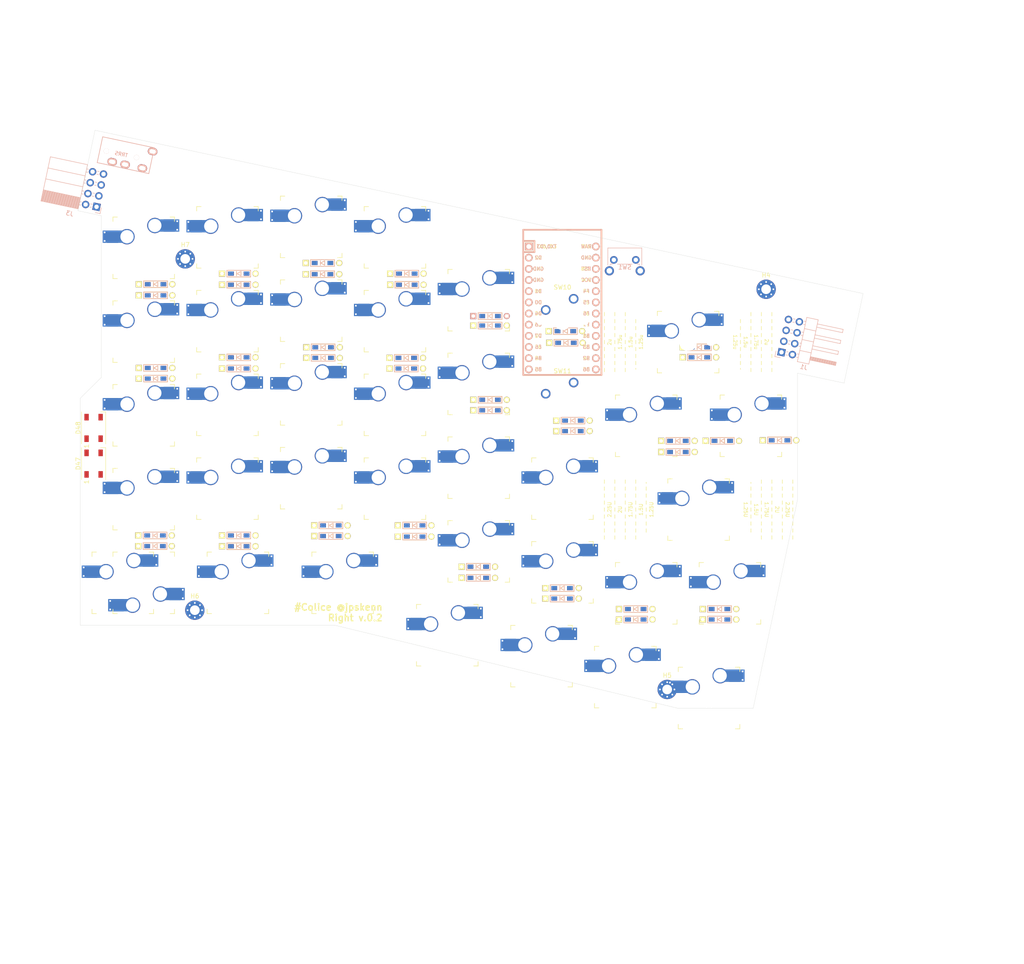
<source format=kicad_pcb>
(kicad_pcb (version 20171130) (host pcbnew "(5.1.5-0-10_14)")
  (layers (0 F.Cu signal) (31 B.Cu signal) (34 B.Paste user) (35 F.Paste user) (36 B.SilkS user) (37 F.SilkS user) (38 B.Mask user) (39 F.Mask user) (44 Edge.Cuts user))
  (net 0 "")
  (net 1 pin6)
  (net 2 pin1)
  (net 3 pin2)
  (net 4 pin3)
  (net 5 pin4)
  (net 6 pin5)
  (net 7 pin7)
  (net 8 "Net-(D8-Pad2)")
  (net 9 "Net-(D9-Pad2)")
  (net 10 "Net-(D12-Pad2)")
  (net 11 pin8)
  (net 12 "Net-(D14-Pad2)")
  (net 13 "Net-(D18-Pad2)")
  (net 14 pin9)
  (net 15 "Net-(D20-Pad2)")
  (net 16 "Net-(D21-Pad2)")
  (net 17 "Net-(D24-Pad2)")
  (net 18 pin10)
  (net 19 "Net-(D26-Pad2)")
  (net 20 "Net-(D27-Pad2)")
  (net 21 "Net-(D30-Pad2)")
  (net 22 "Net-(D32-Pad2)")
  (net 23 "Net-(D36-Pad2)")
  (net 24 "Net-(D38-Pad2)")
  (net 25 "Net-(D45-Pad2)")
  (net 26 "Net-(D47-Pad2)")
  (net 27 data)
  (net 28 led)
  (net 29 GND1)
  (net 30 VCC)
  (net 31 reset)
  (net 32 "Net-(U1-Pad24)")
  (net 33 "Net-(D1-Pad1)")
  (net 34 "Net-(D2-Pad2)")
  (net 35 "Net-(D6-Pad2)")
  (net 36 "Net-(D7-Pad2)")
  (net 37 "Net-(D13-Pad2)")
  (net 38 "Net-(D19-Pad2)")
  (net 39 "Net-(D25-Pad2)")
  (net 40 "Net-(D31-Pad2)")
  (net 41 "Net-(D37-Pad2)")
  (net 42 "Net-(D3-Pad2)")
  (net 43 "Net-(U1-Pad5)")
  (net 44 "Net-(U1-Pad6)")
  (net 45 "Net-(U1-Pad7)")
  (net 46 "Net-(U1-Pad18)")
  (net 47 "Net-(U1-Pad19)")
  (net 48 "Net-(U1-Pad20)")
  (net 49 "Net-(D48-Pad2)")
  (net 50 "Net-(D40-Pad1)")
  (net 51 "Net-(J1-Pad1)")
  (net 52 "Net-(J1-Pad2)")
  (net 53 "Net-(J1-Pad3)")
  (net 54 "Net-(J1-Pad4)")
  (net 55 "Net-(J1-Pad5)")
  (net 56 "Net-(D4-Pad2)")
  (net 57 "Net-(D5-Pad1)")
  (net 58 "Net-(D10-Pad2)")
  (net 59 "Net-(D11-Pad1)")
  (net 60 "Net-(D15-Pad2)")
  (net 61 "Net-(D16-Pad2)")
  (net 62 "Net-(D17-Pad1)")
  (net 63 "Net-(D22-Pad2)")
  (net 64 "Net-(D23-Pad1)")
  (net 65 "Net-(D28-Pad2)")
  (net 66 "Net-(D29-Pad1)")
  (net 67 "Net-(D33-Pad2)")
  (net 68 "Net-(D34-Pad2)")
  (net 69 "Net-(D35-Pad1)")
  (net 70 "Net-(D39-Pad2)")
  (net 71 "Net-(D41-Pad2)")
  (net 72 "Net-(D42-Pad2)")
  (net 73 "Net-(D43-Pad2)")
  (net 74 "Net-(D44-Pad2)")
  (net 75 "Net-(D46-Pad1)")
  (net 76 "Net-(J2-PadA)")
  (net 77 "Net-(J3-Pad8)")
  (net 78 "Net-(J3-Pad7)")
  (net 79 "Net-(J3-Pad6)")
  (module SMK_foostan:CherryMX_Hotswap_v2 (layer F.Cu) (at 240.50625 147.63812)
    (fp_text reference SW4)
    (fp_text value SW_Push)
    (pad 2 thru_hole circle (at 2.54 -5.08) (size 3.5 3.5) (drill 3) (layers *.Cu) (net 56 "Net-(D4-Pad2)"))
    (pad "" np_thru_hole circle (at 0 0) (size 3.9878 3.9878) (drill 3.9878) (layers *.Cu *.Mask))
    (pad 1 thru_hole circle (at -3.81 -2.54) (size 3.5 3.5) (drill 3) (layers *.Cu) (net 33 "Net-(D1-Pad1)"))
    (pad "" np_thru_hole circle (at -5.08 0 48.0996) (size 1.75 1.75) (drill 1.75) (layers *.Cu *.Mask))
    (pad "" np_thru_hole circle (at 5.08 0 48.0996) (size 1.75 1.75) (drill 1.75) (layers *.Cu *.Mask))
    (pad 1 smd rect (at -7.085 -2.54) (size 2.55 2.8) (layers B.Cu B.Paste B.Mask) (net 33 "Net-(D1-Pad1)"))
    (pad 2 smd rect (at 5.815 -5.08) (size 2.55 2.8) (layers B.Cu B.Paste B.Mask) (net 56 "Net-(D4-Pad2)"))
    (pad 1 thru_hole circle (at -8.89 -3.502) (size 0.8 0.8) (drill 0.4) (layers *.Cu) (net 33 "Net-(D1-Pad1)"))
    (pad 2 thru_hole circle (at 7.62 -6.042) (size 0.8 0.8) (drill 0.4) (layers *.Cu) (net 56 "Net-(D4-Pad2)"))
    (pad 1 thru_hole circle (at -8.89 -1.578) (size 0.8 0.8) (drill 0.4) (layers *.Cu) (net 33 "Net-(D1-Pad1)"))
    (pad 2 thru_hole circle (at 7.62 -4.118) (size 0.8 0.8) (drill 0.4) (layers *.Cu) (net 56 "Net-(D4-Pad2)"))
    (pad 1 smd rect (at -7.085 -2.54) (size 4.5 2.8) (layers B.Cu) (net 33 "Net-(D1-Pad1)"))
    (pad 2 smd rect (at 5.842 -5.08) (size 4.5 2.8) (layers B.Cu) (net 56 "Net-(D4-Pad2)"))
  )
  (module SMK_SU120:CherryMX_MidHeight_Choc_Hotswap_2U_Outline (layer F.Cu) (at 235.74375 66.67528)
    (fp_text reference H1 hide)
    (fp_text value MountingHole hide)
    (fp_text user 1.25u (at 10.715625 0 -90 unlocked) (layer F.SilkS) (effects (font (size 0.8 0.8))))
    (fp_text user 1.75u (at 15.478125 0 -90 unlocked) (layer F.SilkS) (effects (font (size 0.8 0.8))))
    (fp_text user 1.5u (at 13.096875 0 -90 unlocked) (layer F.SilkS) (effects (font (size 0.8 0.8))))
    (fp_text user 2u (at 17.859375 0 -90 unlocked) (layer F.SilkS) (effects (font (size 0.8 0.8))))
    (fp_text user 1.25u (at -10.715625 0 90 unlocked) (layer F.SilkS) (effects (font (size 0.8 0.8))))
    (fp_text user 1.5u (at -13.096875 0 90 unlocked) (layer F.SilkS) (effects (font (size 0.8 0.8))))
    (fp_text user 1.75u (at -15.478125 0 90 unlocked) (layer F.SilkS) (effects (font (size 0.8 0.8))))
    (fp_text user 2u (at -17.859375 0 90 unlocked) (layer F.SilkS) (effects (font (size 0.8 0.8))))
    (pad "" np_thru_hole circle (at -11.938 -6.985) (size 3.048 3.048) (drill 3.048) (layers *.Cu *.Mask))
    (pad "" np_thru_hole circle (at 11.938 -6.985) (size 3.048 3.048) (drill 3.048) (layers *.Cu *.Mask))
    (pad "" np_thru_hole circle (at -11.938 8.255) (size 3.9878 3.9878) (drill 3.9878) (layers *.Cu *.Mask))
    (pad "" np_thru_hole circle (at 11.938 8.255) (size 3.9878 3.9878) (drill 3.9878) (layers *.Cu *.Mask))
  )
  (module SMK_SU120:D3_TH_SMD (layer F.Cu) (at 173.5455 110.91863)
    (fp_text reference D46 hide)
    (fp_text value D hide)
    (pad 2 smd rect (at 1.775 0) (size 1.3 0.95) (layers F.Cu F.Paste F.Mask) (net 6 pin5))
    (pad 2 thru_hole circle (at 3.81 0) (size 1.397 1.397) (drill 0.8128) (layers *.Cu *.Mask F.SilkS) (net 6 pin5))
    (pad 1 thru_hole rect (at -3.81 0) (size 1.397 1.397) (drill 0.8128) (layers *.Cu *.Mask F.SilkS) (net 75 "Net-(D46-Pad1)"))
    (pad 1 smd rect (at -1.775 0) (size 1.3 0.95) (layers B.Cu B.Paste B.Mask) (net 75 "Net-(D46-Pad1)"))
    (pad 2 smd rect (at 1.775 0) (size 1.3 0.95) (layers B.Cu B.Paste B.Mask) (net 6 pin5))
    (pad 1 smd rect (at -1.775 0) (size 1.3 0.95) (layers F.Cu F.Paste F.Mask) (net 75 "Net-(D46-Pad1)"))
  )
  (module SMK_SU120:MJ-4PP-9 (layer B.Cu) (at 101.96322 22.9235 258)
    (fp_text reference J2)
    (fp_text value MJ-4PP-9 hide)
    (fp_text user TRRS (at 0 -4.96095 168) (layer B.SilkS) (effects (font (size 0.8 0.8)) (justify mirror)))
    (pad A thru_hole oval (at -2.1 -11.8 258) (size 1.7 2.2) (drill oval 1 1.5) (layers *.Cu *.Mask B.SilkS) (net 76 "Net-(J2-PadA)") (clearance 0.15))
    (pad D thru_hole oval (at 2.1 -10.3 258) (size 1.7 2.2) (drill oval 1 1.5) (layers *.Cu *.Mask B.SilkS) (net 30 VCC) (clearance 0.15))
    (pad C thru_hole oval (at 2.1 -6.3 258) (size 1.7 2.2) (drill oval 1 1.5) (layers *.Cu *.Mask B.SilkS) (net 29 GND1) (clearance 0.15))
    (pad B thru_hole oval (at 2.1 -3.3 258) (size 1.7 2.2) (drill oval 1 1.5) (layers *.Cu *.Mask B.SilkS) (net 27 data) (clearance 0.15))
    (pad "" np_thru_hole circle (at 0 -8.5 258) (size 1.2 1.2) (drill 1.2) (layers *.Cu *.Mask B.SilkS))
    (pad "" np_thru_hole circle (at 0 -1.5 258) (size 1.2 1.2) (drill 1.2) (layers *.Cu *.Mask B.SilkS))
  )
  (module SMK_foostan:CherryMX_Hotswap_v2 (layer F.Cu) (at 235.74375 66.67528)
    (fp_text reference SW5)
    (fp_text value SW_Push)
    (pad 2 smd rect (at 5.842 -5.08) (size 4.5 2.8) (layers B.Cu) (net 35 "Net-(D6-Pad2)"))
    (pad 1 smd rect (at -7.085 -2.54) (size 4.5 2.8) (layers B.Cu) (net 57 "Net-(D5-Pad1)"))
    (pad 2 thru_hole circle (at 7.62 -4.118) (size 0.8 0.8) (drill 0.4) (layers *.Cu) (net 35 "Net-(D6-Pad2)"))
    (pad 1 thru_hole circle (at -8.89 -1.578) (size 0.8 0.8) (drill 0.4) (layers *.Cu) (net 57 "Net-(D5-Pad1)"))
    (pad 2 thru_hole circle (at 7.62 -6.042) (size 0.8 0.8) (drill 0.4) (layers *.Cu) (net 35 "Net-(D6-Pad2)"))
    (pad 1 thru_hole circle (at -8.89 -3.502) (size 0.8 0.8) (drill 0.4) (layers *.Cu) (net 57 "Net-(D5-Pad1)"))
    (pad 2 smd rect (at 5.815 -5.08) (size 2.55 2.8) (layers B.Cu B.Paste B.Mask) (net 35 "Net-(D6-Pad2)"))
    (pad 1 smd rect (at -7.085 -2.54) (size 2.55 2.8) (layers B.Cu B.Paste B.Mask) (net 57 "Net-(D5-Pad1)"))
    (pad "" np_thru_hole circle (at 5.08 0 48.0996) (size 1.75 1.75) (drill 1.75) (layers *.Cu *.Mask))
    (pad "" np_thru_hole circle (at -5.08 0 48.0996) (size 1.75 1.75) (drill 1.75) (layers *.Cu *.Mask))
    (pad 1 thru_hole circle (at -3.81 -2.54) (size 3.5 3.5) (drill 3) (layers *.Cu) (net 57 "Net-(D5-Pad1)"))
    (pad "" np_thru_hole circle (at 0 0) (size 3.9878 3.9878) (drill 3.9878) (layers *.Cu *.Mask))
    (pad 2 thru_hole circle (at 2.54 -5.08) (size 3.5 3.5) (drill 3) (layers *.Cu) (net 35 "Net-(D6-Pad2)"))
  )
  (module SMK_SU120:D3_TH_SMD (layer F.Cu) (at 223.8375 129.77867)
    (fp_text reference D10 hide)
    (fp_text value D hide)
    (pad 2 smd rect (at 1.775 0) (size 1.3 0.95) (layers F.Cu F.Paste F.Mask) (net 58 "Net-(D10-Pad2)"))
    (pad 2 thru_hole circle (at 3.81 0) (size 1.397 1.397) (drill 0.8128) (layers *.Cu *.Mask F.SilkS) (net 58 "Net-(D10-Pad2)"))
    (pad 1 thru_hole rect (at -3.81 0) (size 1.397 1.397) (drill 0.8128) (layers *.Cu *.Mask F.SilkS) (net 6 pin5))
    (pad 1 smd rect (at -1.775 0) (size 1.3 0.95) (layers B.Cu B.Paste B.Mask) (net 6 pin5))
    (pad 2 smd rect (at 1.775 0) (size 1.3 0.95) (layers B.Cu B.Paste B.Mask) (net 58 "Net-(D10-Pad2)"))
    (pad 1 smd rect (at -1.775 0) (size 1.3 0.95) (layers F.Cu F.Paste F.Mask) (net 6 pin5))
  )
  (module SMK_foostan:CherryMX_Hotswap_v2 (layer F.Cu) (at 221.45625 142.8756)
    (fp_text reference SW9)
    (fp_text value SW_Push)
    (pad 2 thru_hole circle (at 2.54 -5.08) (size 3.5 3.5) (drill 3) (layers *.Cu) (net 58 "Net-(D10-Pad2)"))
    (pad "" np_thru_hole circle (at 0 0) (size 3.9878 3.9878) (drill 3.9878) (layers *.Cu *.Mask))
    (pad 1 thru_hole circle (at -3.81 -2.54) (size 3.5 3.5) (drill 3) (layers *.Cu) (net 57 "Net-(D5-Pad1)"))
    (pad "" np_thru_hole circle (at -5.08 0 48.0996) (size 1.75 1.75) (drill 1.75) (layers *.Cu *.Mask))
    (pad "" np_thru_hole circle (at 5.08 0 48.0996) (size 1.75 1.75) (drill 1.75) (layers *.Cu *.Mask))
    (pad 1 smd rect (at -7.084999 -2.54) (size 2.55 2.8) (layers B.Cu B.Paste B.Mask) (net 57 "Net-(D5-Pad1)"))
    (pad 2 smd rect (at 5.815 -5.08) (size 2.55 2.8) (layers B.Cu B.Paste B.Mask) (net 58 "Net-(D10-Pad2)"))
    (pad 1 thru_hole circle (at -8.89 -3.502) (size 0.8 0.8) (drill 0.4) (layers *.Cu) (net 57 "Net-(D5-Pad1)"))
    (pad 2 thru_hole circle (at 7.62 -6.042) (size 0.8 0.8) (drill 0.4) (layers *.Cu) (net 58 "Net-(D10-Pad2)"))
    (pad 1 thru_hole circle (at -8.89 -1.578) (size 0.8 0.8) (drill 0.4) (layers *.Cu) (net 57 "Net-(D5-Pad1)"))
    (pad 2 thru_hole circle (at 7.62 -4.118) (size 0.8 0.8) (drill 0.4) (layers *.Cu) (net 58 "Net-(D10-Pad2)"))
    (pad 1 smd rect (at -7.085 -2.54) (size 4.5 2.8) (layers B.Cu) (net 57 "Net-(D5-Pad1)"))
    (pad 2 smd rect (at 5.842 -5.08) (size 4.5 2.8) (layers B.Cu) (net 58 "Net-(D10-Pad2)"))
  )
  (module SMK_foostan:CherryMX_Hotswap_v2 (layer F.Cu) (at 250.03125 85.72536)
    (fp_text reference SW2)
    (fp_text value SW_Push)
    (pad 2 smd rect (at 5.842 -5.08) (size 4.5 2.8) (layers B.Cu) (net 34 "Net-(D2-Pad2)"))
    (pad 1 smd rect (at -7.085 -2.54) (size 4.5 2.8) (layers B.Cu) (net 33 "Net-(D1-Pad1)"))
    (pad 2 thru_hole circle (at 7.62 -4.118) (size 0.8 0.8) (drill 0.4) (layers *.Cu) (net 34 "Net-(D2-Pad2)"))
    (pad 1 thru_hole circle (at -8.89 -1.578) (size 0.8 0.8) (drill 0.4) (layers *.Cu) (net 33 "Net-(D1-Pad1)"))
    (pad 2 thru_hole circle (at 7.62 -6.042) (size 0.8 0.8) (drill 0.4) (layers *.Cu) (net 34 "Net-(D2-Pad2)"))
    (pad 1 thru_hole circle (at -8.89 -3.502) (size 0.8 0.8) (drill 0.4) (layers *.Cu) (net 33 "Net-(D1-Pad1)"))
    (pad 2 smd rect (at 5.815 -5.08) (size 2.55 2.8) (layers B.Cu B.Paste B.Mask) (net 34 "Net-(D2-Pad2)"))
    (pad 1 smd rect (at -7.085 -2.54) (size 2.55 2.8) (layers B.Cu B.Paste B.Mask) (net 33 "Net-(D1-Pad1)"))
    (pad "" np_thru_hole circle (at 5.08 0 48.0996) (size 1.75 1.75) (drill 1.75) (layers *.Cu *.Mask))
    (pad "" np_thru_hole circle (at -5.08 0 48.0996) (size 1.75 1.75) (drill 1.75) (layers *.Cu *.Mask))
    (pad 1 thru_hole circle (at -3.81 -2.54) (size 3.5 3.5) (drill 3) (layers *.Cu) (net 33 "Net-(D1-Pad1)"))
    (pad "" np_thru_hole circle (at 0 0) (size 3.9878 3.9878) (drill 3.9878) (layers *.Cu *.Mask))
    (pad 2 thru_hole circle (at 2.54 -5.08) (size 3.5 3.5) (drill 3) (layers *.Cu) (net 34 "Net-(D2-Pad2)"))
  )
  (module SMK_foostan:CherryMX_Hotswap_v2 (layer F.Cu) (at 226.21875 85.72536)
    (fp_text reference SW6)
    (fp_text value SW_Push)
    (pad 2 thru_hole circle (at 2.54 -5.08) (size 3.5 3.5) (drill 3) (layers *.Cu) (net 36 "Net-(D7-Pad2)"))
    (pad "" np_thru_hole circle (at 0 0) (size 3.9878 3.9878) (drill 3.9878) (layers *.Cu *.Mask))
    (pad 1 thru_hole circle (at -3.81 -2.54) (size 3.5 3.5) (drill 3) (layers *.Cu) (net 57 "Net-(D5-Pad1)"))
    (pad "" np_thru_hole circle (at -5.08 0 48.0996) (size 1.75 1.75) (drill 1.75) (layers *.Cu *.Mask))
    (pad "" np_thru_hole circle (at 5.08 0 48.0996) (size 1.75 1.75) (drill 1.75) (layers *.Cu *.Mask))
    (pad 1 smd rect (at -7.085 -2.54) (size 2.55 2.8) (layers B.Cu B.Paste B.Mask) (net 57 "Net-(D5-Pad1)"))
    (pad 2 smd rect (at 5.815 -5.08) (size 2.55 2.8) (layers B.Cu B.Paste B.Mask) (net 36 "Net-(D7-Pad2)"))
    (pad 1 thru_hole circle (at -8.89 -3.502) (size 0.8 0.8) (drill 0.4) (layers *.Cu) (net 57 "Net-(D5-Pad1)"))
    (pad 2 thru_hole circle (at 7.62 -6.042) (size 0.8 0.8) (drill 0.4) (layers *.Cu) (net 36 "Net-(D7-Pad2)"))
    (pad 1 thru_hole circle (at -8.89 -1.578) (size 0.8 0.8) (drill 0.4) (layers *.Cu) (net 57 "Net-(D5-Pad1)"))
    (pad 2 thru_hole circle (at 7.62 -4.118) (size 0.8 0.8) (drill 0.4) (layers *.Cu) (net 36 "Net-(D7-Pad2)"))
    (pad 1 smd rect (at -7.085 -2.54) (size 4.5 2.8) (layers B.Cu) (net 57 "Net-(D5-Pad1)"))
    (pad 2 smd rect (at 5.842 -5.08) (size 4.5 2.8) (layers B.Cu) (net 36 "Net-(D7-Pad2)"))
  )
  (module SMK_SU120:D3_TH_SMD (layer F.Cu) (at 233.426 89.154)
    (fp_text reference D7 hide)
    (fp_text value D hide)
    (pad 1 smd rect (at -1.775 0) (size 1.3 0.95) (layers F.Cu F.Paste F.Mask) (net 3 pin2))
    (pad 2 smd rect (at 1.775 0) (size 1.3 0.95) (layers B.Cu B.Paste B.Mask) (net 36 "Net-(D7-Pad2)"))
    (pad 1 smd rect (at -1.775 0) (size 1.3 0.95) (layers B.Cu B.Paste B.Mask) (net 3 pin2))
    (pad 1 thru_hole rect (at -3.81 0) (size 1.397 1.397) (drill 0.8128) (layers *.Cu *.Mask F.SilkS) (net 3 pin2))
    (pad 2 thru_hole circle (at 3.81 0) (size 1.397 1.397) (drill 0.8128) (layers *.Cu *.Mask F.SilkS) (net 36 "Net-(D7-Pad2)"))
    (pad 2 smd rect (at 1.775 0) (size 1.3 0.95) (layers F.Cu F.Paste F.Mask) (net 36 "Net-(D7-Pad2)"))
  )
  (module SMK_SU120:D3_TH_SMD (layer F.Cu) (at 114.6175 53.51463)
    (fp_text reference D40 hide)
    (fp_text value D hide)
    (pad 1 smd rect (at -1.775 0) (size 1.3 0.95) (layers F.Cu F.Paste F.Mask) (net 50 "Net-(D40-Pad1)"))
    (pad 2 smd rect (at 1.775 0) (size 1.3 0.95) (layers B.Cu B.Paste B.Mask) (net 5 pin4))
    (pad 1 smd rect (at -1.775 0) (size 1.3 0.95) (layers B.Cu B.Paste B.Mask) (net 50 "Net-(D40-Pad1)"))
    (pad 1 thru_hole rect (at -3.81 0) (size 1.397 1.397) (drill 0.8128) (layers *.Cu *.Mask F.SilkS) (net 50 "Net-(D40-Pad1)"))
    (pad 2 thru_hole circle (at 3.81 0) (size 1.397 1.397) (drill 0.8128) (layers *.Cu *.Mask F.SilkS) (net 5 pin4))
    (pad 2 smd rect (at 1.775 0) (size 1.3 0.95) (layers F.Cu F.Paste F.Mask) (net 5 pin4))
  )
  (module SMK_keebio:ArduinoProMicro (layer F.Cu) (at 207.137 58.91213 270)
    (fp_text reference U1 hide)
    (fp_text value ProMicro hide)
    (fp_text user D2 (at -11.43 5.461) (layer B.SilkS) (effects (font (size 0.8 0.8)) (justify mirror)))
    (fp_text user D0 (at -1.27 5.461) (layer B.SilkS) (effects (font (size 0.8 0.8)) (justify mirror)))
    (fp_text user D1 (at -3.81 5.461) (layer B.SilkS) (effects (font (size 0.8 0.8)) (justify mirror)))
    (fp_text user GND (at -6.35 5.461) (layer B.SilkS) (effects (font (size 0.8 0.8)) (justify mirror)))
    (fp_text user GND (at -8.89 5.461) (layer B.SilkS) (effects (font (size 0.8 0.8)) (justify mirror)))
    (fp_text user D4 (at 1.27 5.461) (layer B.SilkS) (effects (font (size 0.8 0.8)) (justify mirror)))
    (fp_text user C6 (at 3.81 5.461) (layer B.SilkS) (effects (font (size 0.8 0.8)) (justify mirror)))
    (fp_text user D7 (at 6.35 5.461) (layer B.SilkS) (effects (font (size 0.8 0.8)) (justify mirror)))
    (fp_text user E6 (at 8.89 5.461) (layer B.SilkS) (effects (font (size 0.8 0.8)) (justify mirror)))
    (fp_text user B4 (at 11.43 5.461) (layer B.SilkS) (effects (font (size 0.8 0.8)) (justify mirror)))
    (fp_text user B5 (at 13.97 5.461) (layer B.SilkS) (effects (font (size 0.8 0.8)) (justify mirror)))
    (fp_text user B6 (at 13.97 -5.461) (layer B.SilkS) (effects (font (size 0.8 0.8)) (justify mirror)))
    (fp_text user B2 (at 11.43 -5.461) (layer F.SilkS) (effects (font (size 0.8 0.8))))
    (fp_text user B3 (at 8.89 -5.461) (layer B.SilkS) (effects (font (size 0.8 0.8)) (justify mirror)))
    (fp_text user B1 (at 6.35 -5.461) (layer B.SilkS) (effects (font (size 0.8 0.8)) (justify mirror)))
    (fp_text user F7 (at 3.81 -5.461) (layer F.SilkS) (effects (font (size 0.8 0.8))))
    (fp_text user F6 (at 1.27 -5.461) (layer F.SilkS) (effects (font (size 0.8 0.8))))
    (fp_text user F5 (at -1.27 -5.461) (layer F.SilkS) (effects (font (size 0.8 0.8))))
    (fp_text user F4 (at -3.81 -5.461) (layer B.SilkS) (effects (font (size 0.8 0.8)) (justify mirror)))
    (fp_text user VCC (at -6.35 -5.461) (layer B.SilkS) (effects (font (size 0.8 0.8)) (justify mirror)))
    (fp_text user GND (at -11.43 -5.461) (layer B.SilkS) (effects (font (size 0.8 0.8)) (justify mirror)))
    (fp_text user RAW (at -13.97 -5.461) (layer B.SilkS) (effects (font (size 0.8 0.8)) (justify mirror)))
    (fp_text user RAW (at -13.97 -5.461) (layer F.SilkS) (effects (font (size 0.8 0.8))))
    (fp_text user GND (at -11.43 -5.461) (layer F.SilkS) (effects (font (size 0.8 0.8))))
    (fp_text user ST (at -8.92 -5.73312) (layer F.SilkS) (effects (font (size 0.8 0.8))))
    (fp_text user VCC (at -6.35 -5.461) (layer F.SilkS) (effects (font (size 0.8 0.8))))
    (fp_text user F4 (at -3.81 -5.461) (layer F.SilkS) (effects (font (size 0.8 0.8))))
    (fp_text user F5 (at -1.27 -5.461) (layer B.SilkS) (effects (font (size 0.8 0.8)) (justify mirror)))
    (fp_text user F6 (at 1.27 -5.461) (layer B.SilkS) (effects (font (size 0.8 0.8)) (justify mirror)))
    (fp_text user F7 (at 3.81 -5.461) (layer B.SilkS) (effects (font (size 0.8 0.8)) (justify mirror)))
    (fp_text user B1 (at 6.35 -5.461) (layer F.SilkS) (effects (font (size 0.8 0.8))))
    (fp_text user B3 (at 8.89 -5.461) (layer F.SilkS) (effects (font (size 0.8 0.8))))
    (fp_text user B2 (at 11.43 -5.461) (layer B.SilkS) (effects (font (size 0.8 0.8)) (justify mirror)))
    (fp_text user B6 (at 13.97 -5.461) (layer F.SilkS) (effects (font (size 0.8 0.8))))
    (fp_text user B5 (at 13.97 5.461) (layer F.SilkS) (effects (font (size 0.8 0.8))))
    (fp_text user B4 (at 11.43 5.461) (layer F.SilkS) (effects (font (size 0.8 0.8))))
    (fp_text user E6 (at 8.89 5.461) (layer F.SilkS) (effects (font (size 0.8 0.8))))
    (fp_text user D7 (at 6.35 5.461) (layer F.SilkS) (effects (font (size 0.8 0.8))))
    (fp_text user C6 (at 3.81 5.461) (layer F.SilkS) (effects (font (size 0.8 0.8))))
    (fp_text user D4 (at 1.27 5.461) (layer F.SilkS) (effects (font (size 0.8 0.8))))
    (fp_text user GND (at -8.89 5.461) (layer F.SilkS) (effects (font (size 0.8 0.8))))
    (fp_text user GND (at -6.35 5.461) (layer F.SilkS) (effects (font (size 0.8 0.8))))
    (fp_text user D1 (at -3.81 5.461) (layer F.SilkS) (effects (font (size 0.8 0.8))))
    (fp_text user D0 (at -1.27 5.461) (layer F.SilkS) (effects (font (size 0.8 0.8))))
    (fp_text user D2 (at -11.43 5.461) (layer F.SilkS) (effects (font (size 0.8 0.8))))
    (fp_text user TX0/D3 (at -13.97 3.571872) (layer B.SilkS) (effects (font (size 0.8 0.8)) (justify mirror)))
    (fp_text user TX0/D3 (at -13.97 3.571872) (layer F.SilkS) (effects (font (size 0.8 0.8))))
    (fp_text user ST (at -8.91 -5.04) (layer B.SilkS) (effects (font (size 0.8 0.8)) (justify mirror)))
    (pad 1 thru_hole rect (at -13.97 7.62 270) (size 1.7526 1.7526) (drill 1.0922) (layers *.Cu *.SilkS *.Mask) (net 28 led))
    (pad 2 thru_hole circle (at -11.43 7.62 270) (size 1.7526 1.7526) (drill 1.0922) (layers *.Cu *.SilkS *.Mask) (net 27 data))
    (pad 3 thru_hole circle (at -8.89 7.62 270) (size 1.7526 1.7526) (drill 1.0922) (layers *.Cu *.SilkS *.Mask) (net 29 GND1))
    (pad 4 thru_hole circle (at -6.35 7.62 270) (size 1.7526 1.7526) (drill 1.0922) (layers *.Cu *.SilkS *.Mask) (net 29 GND1))
    (pad 5 thru_hole circle (at -3.81 7.62 270) (size 1.7526 1.7526) (drill 1.0922) (layers *.Cu *.SilkS *.Mask) (net 43 "Net-(U1-Pad5)"))
    (pad 6 thru_hole circle (at -1.27 7.62 270) (size 1.7526 1.7526) (drill 1.0922) (layers *.Cu *.SilkS *.Mask) (net 44 "Net-(U1-Pad6)"))
    (pad 7 thru_hole circle (at 1.27 7.62 270) (size 1.7526 1.7526) (drill 1.0922) (layers *.Cu *.SilkS *.Mask) (net 45 "Net-(U1-Pad7)"))
    (pad 8 thru_hole circle (at 3.81 7.62 270) (size 1.7526 1.7526) (drill 1.0922) (layers *.Cu *.SilkS *.Mask) (net 1 pin6))
    (pad 9 thru_hole circle (at 6.35 7.62 270) (size 1.7526 1.7526) (drill 1.0922) (layers *.Cu *.SilkS *.Mask) (net 7 pin7))
    (pad 10 thru_hole circle (at 8.89 7.62 270) (size 1.7526 1.7526) (drill 1.0922) (layers *.Cu *.SilkS *.Mask) (net 11 pin8))
    (pad 11 thru_hole circle (at 11.43 7.62 270) (size 1.7526 1.7526) (drill 1.0922) (layers *.Cu *.SilkS *.Mask) (net 14 pin9))
    (pad 13 thru_hole circle (at 13.97 -7.62 270) (size 1.7526 1.7526) (drill 1.0922) (layers *.Cu *.SilkS *.Mask) (net 6 pin5))
    (pad 14 thru_hole circle (at 11.43 -7.62 270) (size 1.7526 1.7526) (drill 1.0922) (layers *.Cu *.SilkS *.Mask) (net 5 pin4))
    (pad 15 thru_hole circle (at 8.89 -7.62 270) (size 1.7526 1.7526) (drill 1.0922) (layers *.Cu *.SilkS *.Mask) (net 4 pin3))
    (pad 16 thru_hole circle (at 6.35 -7.62 270) (size 1.7526 1.7526) (drill 1.0922) (layers *.Cu *.SilkS *.Mask) (net 3 pin2))
    (pad 17 thru_hole circle (at 3.81 -7.62 270) (size 1.7526 1.7526) (drill 1.0922) (layers *.Cu *.SilkS *.Mask) (net 2 pin1))
    (pad 18 thru_hole circle (at 1.27 -7.62 270) (size 1.7526 1.7526) (drill 1.0922) (layers *.Cu *.SilkS *.Mask) (net 46 "Net-(U1-Pad18)"))
    (pad 19 thru_hole circle (at -1.27 -7.62 270) (size 1.7526 1.7526) (drill 1.0922) (layers *.Cu *.SilkS *.Mask) (net 47 "Net-(U1-Pad19)"))
    (pad 20 thru_hole circle (at -3.81 -7.62 270) (size 1.7526 1.7526) (drill 1.0922) (layers *.Cu *.SilkS *.Mask) (net 48 "Net-(U1-Pad20)"))
    (pad 21 thru_hole circle (at -6.35 -7.62 270) (size 1.7526 1.7526) (drill 1.0922) (layers *.Cu *.SilkS *.Mask) (net 30 VCC))
    (pad 22 thru_hole circle (at -8.89 -7.62 270) (size 1.7526 1.7526) (drill 1.0922) (layers *.Cu *.SilkS *.Mask) (net 31 reset))
    (pad 23 thru_hole circle (at -11.43 -7.62 270) (size 1.7526 1.7526) (drill 1.0922) (layers *.Cu *.SilkS *.Mask) (net 29 GND1))
    (pad 12 thru_hole circle (at 13.97 7.62 270) (size 1.7526 1.7526) (drill 1.0922) (layers *.Cu *.SilkS *.Mask) (net 18 pin10))
    (pad 24 thru_hole circle (at -13.97 -7.62 270) (size 1.7526 1.7526) (drill 1.0922) (layers *.Cu *.SilkS *.Mask) (net 32 "Net-(U1-Pad24)"))
  )
  (module SMK_SU120:D3_TH_SMD (layer F.Cu) (at 209.55 84.53473)
    (fp_text reference D13 hide)
    (fp_text value D hide)
    (pad 2 smd rect (at 1.775 0) (size 1.3 0.95) (layers F.Cu F.Paste F.Mask) (net 37 "Net-(D13-Pad2)"))
    (pad 2 thru_hole circle (at 3.81 0) (size 1.397 1.397) (drill 0.8128) (layers *.Cu *.Mask F.SilkS) (net 37 "Net-(D13-Pad2)"))
    (pad 1 thru_hole rect (at -3.81 0) (size 1.397 1.397) (drill 0.8128) (layers *.Cu *.Mask F.SilkS) (net 3 pin2))
    (pad 1 smd rect (at -1.775 0) (size 1.3 0.95) (layers B.Cu B.Paste B.Mask) (net 3 pin2))
    (pad 2 smd rect (at 1.775 0) (size 1.3 0.95) (layers B.Cu B.Paste B.Mask) (net 37 "Net-(D13-Pad2)"))
    (pad 1 smd rect (at -1.775 0) (size 1.3 0.95) (layers F.Cu F.Paste F.Mask) (net 3 pin2))
  )
  (module SMK_foostan:CherryMX_Hotswap_v2 (layer F.Cu) (at 202.40625 138.11308)
    (fp_text reference SW14)
    (fp_text value SW_Push)
    (pad 2 thru_hole circle (at 2.54 -5.08) (size 3.5 3.5) (drill 3) (layers *.Cu) (net 61 "Net-(D16-Pad2)"))
    (pad "" np_thru_hole circle (at 0 0) (size 3.9878 3.9878) (drill 3.9878) (layers *.Cu *.Mask))
    (pad 1 thru_hole circle (at -3.81 -2.54) (size 3.5 3.5) (drill 3) (layers *.Cu) (net 59 "Net-(D11-Pad1)"))
    (pad "" np_thru_hole circle (at -5.08 0 48.0996) (size 1.75 1.75) (drill 1.75) (layers *.Cu *.Mask))
    (pad "" np_thru_hole circle (at 5.08 0 48.0996) (size 1.75 1.75) (drill 1.75) (layers *.Cu *.Mask))
    (pad 1 smd rect (at -7.084999 -2.54) (size 2.55 2.8) (layers B.Cu B.Paste B.Mask) (net 59 "Net-(D11-Pad1)"))
    (pad 2 smd rect (at 5.815 -5.08) (size 2.55 2.8) (layers B.Cu B.Paste B.Mask) (net 61 "Net-(D16-Pad2)"))
    (pad 1 thru_hole circle (at -8.89 -3.502) (size 0.8 0.8) (drill 0.4) (layers *.Cu) (net 59 "Net-(D11-Pad1)"))
    (pad 2 thru_hole circle (at 7.62 -6.042) (size 0.8 0.8) (drill 0.4) (layers *.Cu) (net 61 "Net-(D16-Pad2)"))
    (pad 1 thru_hole circle (at -8.89 -1.578) (size 0.8 0.8) (drill 0.4) (layers *.Cu) (net 59 "Net-(D11-Pad1)"))
    (pad 2 thru_hole circle (at 7.62 -4.118) (size 0.8 0.8) (drill 0.4) (layers *.Cu) (net 61 "Net-(D16-Pad2)"))
    (pad 1 smd rect (at -7.085 -2.54) (size 4.5 2.8) (layers B.Cu) (net 59 "Net-(D11-Pad1)"))
    (pad 2 smd rect (at 5.842 -5.08) (size 4.5 2.8) (layers B.Cu) (net 61 "Net-(D16-Pad2)"))
  )
  (module SMK_SU120:D3_TH_SMD (layer F.Cu) (at 171.7675 51.10163)
    (fp_text reference D23 hide)
    (fp_text value D hide)
    (pad 2 smd rect (at 1.775 0) (size 1.3 0.95) (layers F.Cu F.Paste F.Mask) (net 2 pin1))
    (pad 2 thru_hole circle (at 3.81 0) (size 1.397 1.397) (drill 0.8128) (layers *.Cu *.Mask F.SilkS) (net 2 pin1))
    (pad 1 thru_hole rect (at -3.81 0) (size 1.397 1.397) (drill 0.8128) (layers *.Cu *.Mask F.SilkS) (net 64 "Net-(D23-Pad1)"))
    (pad 1 smd rect (at -1.775 0) (size 1.3 0.95) (layers B.Cu B.Paste B.Mask) (net 64 "Net-(D23-Pad1)"))
    (pad 2 smd rect (at 1.775 0) (size 1.3 0.95) (layers B.Cu B.Paste B.Mask) (net 2 pin1))
    (pad 1 smd rect (at -1.775 0) (size 1.3 0.95) (layers F.Cu F.Paste F.Mask) (net 64 "Net-(D23-Pad1)"))
  )
  (module SMK_SU120:D3_TH_SMD (layer F.Cu) (at 190.6905 62.91263)
    (fp_text reference D18 hide)
    (fp_text value D hide)
    (pad 2 smd rect (at 1.775 0) (size 1.3 0.95) (layers F.Cu F.Paste F.Mask) (net 13 "Net-(D18-Pad2)"))
    (pad 2 thru_hole circle (at 3.81 0) (size 1.397 1.397) (drill 0.8128) (layers *.Cu *.Mask F.SilkS) (net 13 "Net-(D18-Pad2)"))
    (pad 1 thru_hole rect (at -3.81 0) (size 1.397 1.397) (drill 0.8128) (layers *.Cu *.Mask F.SilkS) (net 2 pin1))
    (pad 1 smd rect (at -1.775 0) (size 1.3 0.95) (layers B.Cu B.Paste B.Mask) (net 2 pin1))
    (pad 2 smd rect (at 1.775 0) (size 1.3 0.95) (layers B.Cu B.Paste B.Mask) (net 13 "Net-(D18-Pad2)"))
    (pad 1 smd rect (at -1.775 0) (size 1.3 0.95) (layers F.Cu F.Paste F.Mask) (net 2 pin1))
  )
  (module SMK_SU120:D3_TH_SMD (layer F.Cu) (at 238.3155 67.86563)
    (fp_text reference D5 hide)
    (fp_text value D hide)
    (pad 2 smd rect (at 1.775 0) (size 1.3 0.95) (layers F.Cu F.Paste F.Mask) (net 11 pin8))
    (pad 2 thru_hole circle (at 3.81 0) (size 1.397 1.397) (drill 0.8128) (layers *.Cu *.Mask F.SilkS) (net 11 pin8))
    (pad 1 thru_hole rect (at -3.81 0) (size 1.397 1.397) (drill 0.8128) (layers *.Cu *.Mask F.SilkS) (net 57 "Net-(D5-Pad1)"))
    (pad 1 smd rect (at -1.775 0) (size 1.3 0.95) (layers B.Cu B.Paste B.Mask) (net 57 "Net-(D5-Pad1)"))
    (pad 2 smd rect (at 1.775 0) (size 1.3 0.95) (layers B.Cu B.Paste B.Mask) (net 11 pin8))
    (pad 1 smd rect (at -1.775 0) (size 1.3 0.95) (layers F.Cu F.Paste F.Mask) (net 57 "Net-(D5-Pad1)"))
  )
  (module SMK_SU120:D3_TH_SMD (layer F.Cu) (at 238.3155 70.15163)
    (fp_text reference D6 hide)
    (fp_text value D hide)
    (pad 2 smd rect (at 1.775 0) (size 1.3 0.95) (layers F.Cu F.Paste F.Mask) (net 35 "Net-(D6-Pad2)"))
    (pad 2 thru_hole circle (at 3.81 0) (size 1.397 1.397) (drill 0.8128) (layers *.Cu *.Mask F.SilkS) (net 35 "Net-(D6-Pad2)"))
    (pad 1 thru_hole rect (at -3.81 0) (size 1.397 1.397) (drill 0.8128) (layers *.Cu *.Mask F.SilkS) (net 2 pin1))
    (pad 1 smd rect (at -1.775 0) (size 1.3 0.95) (layers B.Cu B.Paste B.Mask) (net 2 pin1))
    (pad 2 smd rect (at 1.775 0) (size 1.3 0.95) (layers B.Cu B.Paste B.Mask) (net 35 "Net-(D6-Pad2)"))
    (pad 1 smd rect (at -1.775 0) (size 1.3 0.95) (layers F.Cu F.Paste F.Mask) (net 2 pin1))
  )
  (module SMK_SU120:D3_TH_SMD (layer F.Cu) (at 207.8355 64.18263)
    (fp_text reference D11 hide)
    (fp_text value D hide)
    (pad 1 smd rect (at -1.775 0) (size 1.3 0.95) (layers F.Cu F.Paste F.Mask) (net 59 "Net-(D11-Pad1)"))
    (pad 2 smd rect (at 1.775 0) (size 1.3 0.95) (layers B.Cu B.Paste B.Mask) (net 14 pin9))
    (pad 1 smd rect (at -1.775 0) (size 1.3 0.95) (layers B.Cu B.Paste B.Mask) (net 59 "Net-(D11-Pad1)"))
    (pad 1 thru_hole rect (at -3.81 0) (size 1.397 1.397) (drill 0.8128) (layers *.Cu *.Mask F.SilkS) (net 59 "Net-(D11-Pad1)"))
    (pad 2 thru_hole circle (at 3.81 0) (size 1.397 1.397) (drill 0.8128) (layers *.Cu *.Mask F.SilkS) (net 14 pin9))
    (pad 2 smd rect (at 1.775 0) (size 1.3 0.95) (layers F.Cu F.Paste F.Mask) (net 14 pin9))
  )
  (module SMK_SU120:D3_TH_SMD (layer F.Cu) (at 207.9625 66.84963)
    (fp_text reference D12 hide)
    (fp_text value D hide)
    (pad 2 smd rect (at 1.775 0) (size 1.3 0.95) (layers F.Cu F.Paste F.Mask) (net 10 "Net-(D12-Pad2)"))
    (pad 2 thru_hole circle (at 3.81 0) (size 1.397 1.397) (drill 0.8128) (layers *.Cu *.Mask F.SilkS) (net 10 "Net-(D12-Pad2)"))
    (pad 1 thru_hole rect (at -3.81 0) (size 1.397 1.397) (drill 0.8128) (layers *.Cu *.Mask F.SilkS) (net 2 pin1))
    (pad 1 smd rect (at -1.775 0) (size 1.3 0.95) (layers B.Cu B.Paste B.Mask) (net 2 pin1))
    (pad 2 smd rect (at 1.775 0) (size 1.3 0.95) (layers B.Cu B.Paste B.Mask) (net 10 "Net-(D12-Pad2)"))
    (pad 1 smd rect (at -1.775 0) (size 1.3 0.95) (layers F.Cu F.Paste F.Mask) (net 2 pin1))
  )
  (module SMK_SU120:D3_TH_SMD (layer F.Cu) (at 209.55 86.91599)
    (fp_text reference D14 hide)
    (fp_text value D hide)
    (pad 2 smd rect (at 1.775 0) (size 1.3 0.95) (layers F.Cu F.Paste F.Mask) (net 12 "Net-(D14-Pad2)"))
    (pad 2 thru_hole circle (at 3.81 0) (size 1.397 1.397) (drill 0.8128) (layers *.Cu *.Mask F.SilkS) (net 12 "Net-(D14-Pad2)"))
    (pad 1 thru_hole rect (at -3.81 0) (size 1.397 1.397) (drill 0.8128) (layers *.Cu *.Mask F.SilkS) (net 4 pin3))
    (pad 1 smd rect (at -1.775 0) (size 1.3 0.95) (layers B.Cu B.Paste B.Mask) (net 4 pin3))
    (pad 2 smd rect (at 1.775 0) (size 1.3 0.95) (layers B.Cu B.Paste B.Mask) (net 12 "Net-(D14-Pad2)"))
    (pad 1 smd rect (at -1.775 0) (size 1.3 0.95) (layers F.Cu F.Paste F.Mask) (net 4 pin3))
  )
  (module SMK_SU120:D3_TH_SMD (layer F.Cu) (at 207.0735 122.63489)
    (fp_text reference D15 hide)
    (fp_text value D hide)
    (pad 2 smd rect (at 1.775 0) (size 1.3 0.95) (layers F.Cu F.Paste F.Mask) (net 60 "Net-(D15-Pad2)"))
    (pad 2 thru_hole circle (at 3.81 0) (size 1.397 1.397) (drill 0.8128) (layers *.Cu *.Mask F.SilkS) (net 60 "Net-(D15-Pad2)"))
    (pad 1 thru_hole rect (at -3.81 0) (size 1.397 1.397) (drill 0.8128) (layers *.Cu *.Mask F.SilkS) (net 5 pin4))
    (pad 1 smd rect (at -1.775 0) (size 1.3 0.95) (layers B.Cu B.Paste B.Mask) (net 5 pin4))
    (pad 2 smd rect (at 1.775 0) (size 1.3 0.95) (layers B.Cu B.Paste B.Mask) (net 60 "Net-(D15-Pad2)"))
    (pad 1 smd rect (at -1.775 0) (size 1.3 0.95) (layers F.Cu F.Paste F.Mask) (net 5 pin4))
  )
  (module SMK_SU120:D3_TH_SMD (layer F.Cu) (at 207.0735 125.01615)
    (fp_text reference D16 hide)
    (fp_text value D hide)
    (pad 2 smd rect (at 1.775 0) (size 1.3 0.95) (layers F.Cu F.Paste F.Mask) (net 61 "Net-(D16-Pad2)"))
    (pad 2 thru_hole circle (at 3.81 0) (size 1.397 1.397) (drill 0.8128) (layers *.Cu *.Mask F.SilkS) (net 61 "Net-(D16-Pad2)"))
    (pad 1 thru_hole rect (at -3.81 0) (size 1.397 1.397) (drill 0.8128) (layers *.Cu *.Mask F.SilkS) (net 6 pin5))
    (pad 1 smd rect (at -1.775 0) (size 1.3 0.95) (layers B.Cu B.Paste B.Mask) (net 6 pin5))
    (pad 2 smd rect (at 1.775 0) (size 1.3 0.95) (layers B.Cu B.Paste B.Mask) (net 61 "Net-(D16-Pad2)"))
    (pad 1 smd rect (at -1.775 0) (size 1.3 0.95) (layers F.Cu F.Paste F.Mask) (net 6 pin5))
  )
  (module SMK_SU120:D3_TH_SMD (layer B.Cu) (at 190.6905 60.75363)
    (fp_text reference D17 hide)
    (fp_text value D hide)
    (pad 2 smd rect (at 1.775 0) (size 1.3 0.95) (layers B.Cu B.Paste B.Mask) (net 18 pin10))
    (pad 2 thru_hole circle (at 3.81 0) (size 1.397 1.397) (drill 0.8128) (layers *.Cu *.Mask B.SilkS) (net 18 pin10))
    (pad 1 thru_hole rect (at -3.81 0) (size 1.397 1.397) (drill 0.8128) (layers *.Cu *.Mask B.SilkS) (net 62 "Net-(D17-Pad1)"))
    (pad 1 smd rect (at -1.775 0) (size 1.3 0.95) (layers F.Cu F.Paste F.Mask) (net 62 "Net-(D17-Pad1)"))
    (pad 2 smd rect (at 1.775 0) (size 1.3 0.95) (layers F.Cu F.Paste F.Mask) (net 18 pin10))
    (pad 1 smd rect (at -1.775 0) (size 1.3 0.95) (layers B.Cu B.Paste B.Mask) (net 62 "Net-(D17-Pad1)"))
  )
  (module SMK_SU120:D3_TH_SMD (layer F.Cu) (at 190.6905 79.80363)
    (fp_text reference D19 hide)
    (fp_text value D hide)
    (pad 2 smd rect (at 1.775 0) (size 1.3 0.95) (layers F.Cu F.Paste F.Mask) (net 38 "Net-(D19-Pad2)"))
    (pad 2 thru_hole circle (at 3.81 0) (size 1.397 1.397) (drill 0.8128) (layers *.Cu *.Mask F.SilkS) (net 38 "Net-(D19-Pad2)"))
    (pad 1 thru_hole rect (at -3.81 0) (size 1.397 1.397) (drill 0.8128) (layers *.Cu *.Mask F.SilkS) (net 3 pin2))
    (pad 1 smd rect (at -1.775 0) (size 1.3 0.95) (layers B.Cu B.Paste B.Mask) (net 3 pin2))
    (pad 2 smd rect (at 1.775 0) (size 1.3 0.95) (layers B.Cu B.Paste B.Mask) (net 38 "Net-(D19-Pad2)"))
    (pad 1 smd rect (at -1.775 0) (size 1.3 0.95) (layers F.Cu F.Paste F.Mask) (net 3 pin2))
  )
  (module SMK_SU120:D3_TH_SMD (layer F.Cu) (at 190.6905 82.20068)
    (fp_text reference D20 hide)
    (fp_text value D hide)
    (pad 2 smd rect (at 1.775 0) (size 1.3 0.95) (layers F.Cu F.Paste F.Mask) (net 15 "Net-(D20-Pad2)"))
    (pad 2 thru_hole circle (at 3.81 0) (size 1.397 1.397) (drill 0.8128) (layers *.Cu *.Mask F.SilkS) (net 15 "Net-(D20-Pad2)"))
    (pad 1 thru_hole rect (at -3.81 0) (size 1.397 1.397) (drill 0.8128) (layers *.Cu *.Mask F.SilkS) (net 4 pin3))
    (pad 1 smd rect (at -1.775 0) (size 1.3 0.95) (layers B.Cu B.Paste B.Mask) (net 4 pin3))
    (pad 2 smd rect (at 1.775 0) (size 1.3 0.95) (layers B.Cu B.Paste B.Mask) (net 15 "Net-(D20-Pad2)"))
    (pad 1 smd rect (at -1.775 0) (size 1.3 0.95) (layers F.Cu F.Paste F.Mask) (net 4 pin3))
  )
  (module SMK_SU120:D3_TH_SMD (layer F.Cu) (at 188.0235 117.77663)
    (fp_text reference D21 hide)
    (fp_text value D hide)
    (pad 2 smd rect (at 1.775 0) (size 1.3 0.95) (layers F.Cu F.Paste F.Mask) (net 16 "Net-(D21-Pad2)"))
    (pad 2 thru_hole circle (at 3.81 0) (size 1.397 1.397) (drill 0.8128) (layers *.Cu *.Mask F.SilkS) (net 16 "Net-(D21-Pad2)"))
    (pad 1 thru_hole rect (at -3.81 0) (size 1.397 1.397) (drill 0.8128) (layers *.Cu *.Mask F.SilkS) (net 5 pin4))
    (pad 1 smd rect (at -1.775 0) (size 1.3 0.95) (layers B.Cu B.Paste B.Mask) (net 5 pin4))
    (pad 2 smd rect (at 1.775 0) (size 1.3 0.95) (layers B.Cu B.Paste B.Mask) (net 16 "Net-(D21-Pad2)"))
    (pad 1 smd rect (at -1.775 0) (size 1.3 0.95) (layers F.Cu F.Paste F.Mask) (net 5 pin4))
  )
  (module SMK_SU120:D3_TH_SMD (layer F.Cu) (at 171.7675 53.64163)
    (fp_text reference D24 hide)
    (fp_text value D hide)
    (pad 2 smd rect (at 1.775 0) (size 1.3 0.95) (layers F.Cu F.Paste F.Mask) (net 17 "Net-(D24-Pad2)"))
    (pad 2 thru_hole circle (at 3.81 0) (size 1.397 1.397) (drill 0.8128) (layers *.Cu *.Mask F.SilkS) (net 17 "Net-(D24-Pad2)"))
    (pad 1 thru_hole rect (at -3.81 0) (size 1.397 1.397) (drill 0.8128) (layers *.Cu *.Mask F.SilkS) (net 1 pin6))
    (pad 1 smd rect (at -1.775 0) (size 1.3 0.95) (layers B.Cu B.Paste B.Mask) (net 1 pin6))
    (pad 2 smd rect (at 1.775 0) (size 1.3 0.95) (layers B.Cu B.Paste B.Mask) (net 17 "Net-(D24-Pad2)"))
    (pad 1 smd rect (at -1.775 0) (size 1.3 0.95) (layers F.Cu F.Paste F.Mask) (net 1 pin6))
  )
  (module SMK_SU120:D3_TH_SMD (layer F.Cu) (at 171.6405 70.27863)
    (fp_text reference D25 hide)
    (fp_text value D hide)
    (pad 2 smd rect (at 1.775 0) (size 1.3 0.95) (layers F.Cu F.Paste F.Mask) (net 39 "Net-(D25-Pad2)"))
    (pad 2 thru_hole circle (at 3.81 0) (size 1.397 1.397) (drill 0.8128) (layers *.Cu *.Mask F.SilkS) (net 39 "Net-(D25-Pad2)"))
    (pad 1 thru_hole rect (at -3.81 0) (size 1.397 1.397) (drill 0.8128) (layers *.Cu *.Mask F.SilkS) (net 7 pin7))
    (pad 1 smd rect (at -1.775 0) (size 1.3 0.95) (layers B.Cu B.Paste B.Mask) (net 7 pin7))
    (pad 2 smd rect (at 1.775 0) (size 1.3 0.95) (layers B.Cu B.Paste B.Mask) (net 39 "Net-(D25-Pad2)"))
    (pad 1 smd rect (at -1.775 0) (size 1.3 0.95) (layers F.Cu F.Paste F.Mask) (net 7 pin7))
  )
  (module SMK_SU120:D3_TH_SMD (layer F.Cu) (at 171.6405 72.69163)
    (fp_text reference D26 hide)
    (fp_text value D hide)
    (pad 2 smd rect (at 1.775 0) (size 1.3 0.95) (layers F.Cu F.Paste F.Mask) (net 19 "Net-(D26-Pad2)"))
    (pad 2 thru_hole circle (at 3.81 0) (size 1.397 1.397) (drill 0.8128) (layers *.Cu *.Mask F.SilkS) (net 19 "Net-(D26-Pad2)"))
    (pad 1 thru_hole rect (at -3.81 0) (size 1.397 1.397) (drill 0.8128) (layers *.Cu *.Mask F.SilkS) (net 11 pin8))
    (pad 1 smd rect (at -1.775 0) (size 1.3 0.95) (layers B.Cu B.Paste B.Mask) (net 11 pin8))
    (pad 2 smd rect (at 1.775 0) (size 1.3 0.95) (layers B.Cu B.Paste B.Mask) (net 19 "Net-(D26-Pad2)"))
    (pad 1 smd rect (at -1.775 0) (size 1.3 0.95) (layers F.Cu F.Paste F.Mask) (net 11 pin8))
  )
  (module SMK_SU120:D3_TH_SMD (layer F.Cu) (at 173.5455 108.37863)
    (fp_text reference D27 hide)
    (fp_text value D hide)
    (pad 2 smd rect (at 1.775 0) (size 1.3 0.95) (layers F.Cu F.Paste F.Mask) (net 20 "Net-(D27-Pad2)"))
    (pad 2 thru_hole circle (at 3.81 0) (size 1.397 1.397) (drill 0.8128) (layers *.Cu *.Mask F.SilkS) (net 20 "Net-(D27-Pad2)"))
    (pad 1 thru_hole rect (at -3.81 0) (size 1.397 1.397) (drill 0.8128) (layers *.Cu *.Mask F.SilkS) (net 14 pin9))
    (pad 1 smd rect (at -1.775 0) (size 1.3 0.95) (layers B.Cu B.Paste B.Mask) (net 14 pin9))
    (pad 2 smd rect (at 1.775 0) (size 1.3 0.95) (layers B.Cu B.Paste B.Mask) (net 20 "Net-(D27-Pad2)"))
    (pad 1 smd rect (at -1.775 0) (size 1.3 0.95) (layers F.Cu F.Paste F.Mask) (net 14 pin9))
  )
  (module SMK_SU120:D3_TH_SMD (layer F.Cu) (at 154.4955 110.79163)
    (fp_text reference D28 hide)
    (fp_text value D hide)
    (pad 2 smd rect (at 1.775 0) (size 1.3 0.95) (layers F.Cu F.Paste F.Mask) (net 65 "Net-(D28-Pad2)"))
    (pad 2 thru_hole circle (at 3.81 0) (size 1.397 1.397) (drill 0.8128) (layers *.Cu *.Mask F.SilkS) (net 65 "Net-(D28-Pad2)"))
    (pad 1 thru_hole rect (at -3.81 0) (size 1.397 1.397) (drill 0.8128) (layers *.Cu *.Mask F.SilkS) (net 18 pin10))
    (pad 1 smd rect (at -1.775 0) (size 1.3 0.95) (layers B.Cu B.Paste B.Mask) (net 18 pin10))
    (pad 2 smd rect (at 1.775 0) (size 1.3 0.95) (layers B.Cu B.Paste B.Mask) (net 65 "Net-(D28-Pad2)"))
    (pad 1 smd rect (at -1.775 0) (size 1.3 0.95) (layers F.Cu F.Paste F.Mask) (net 18 pin10))
  )
  (module SMK_SU120:D3_TH_SMD (layer F.Cu) (at 152.5905 48.68863)
    (fp_text reference D29 hide)
    (fp_text value D hide)
    (pad 1 smd rect (at -1.775 0) (size 1.3 0.95) (layers F.Cu F.Paste F.Mask) (net 66 "Net-(D29-Pad1)"))
    (pad 2 smd rect (at 1.775 0) (size 1.3 0.95) (layers B.Cu B.Paste B.Mask) (net 3 pin2))
    (pad 1 smd rect (at -1.775 0) (size 1.3 0.95) (layers B.Cu B.Paste B.Mask) (net 66 "Net-(D29-Pad1)"))
    (pad 1 thru_hole rect (at -3.81 0) (size 1.397 1.397) (drill 0.8128) (layers *.Cu *.Mask F.SilkS) (net 66 "Net-(D29-Pad1)"))
    (pad 2 thru_hole circle (at 3.81 0) (size 1.397 1.397) (drill 0.8128) (layers *.Cu *.Mask F.SilkS) (net 3 pin2))
    (pad 2 smd rect (at 1.775 0) (size 1.3 0.95) (layers F.Cu F.Paste F.Mask) (net 3 pin2))
  )
  (module SMK_SU120:D3_TH_SMD (layer F.Cu) (at 152.5905 51.22863)
    (fp_text reference D30 hide)
    (fp_text value D hide)
    (pad 2 smd rect (at 1.775 0) (size 1.3 0.95) (layers F.Cu F.Paste F.Mask) (net 21 "Net-(D30-Pad2)"))
    (pad 2 thru_hole circle (at 3.81 0) (size 1.397 1.397) (drill 0.8128) (layers *.Cu *.Mask F.SilkS) (net 21 "Net-(D30-Pad2)"))
    (pad 1 thru_hole rect (at -3.81 0) (size 1.397 1.397) (drill 0.8128) (layers *.Cu *.Mask F.SilkS) (net 1 pin6))
    (pad 1 smd rect (at -1.775 0) (size 1.3 0.95) (layers B.Cu B.Paste B.Mask) (net 1 pin6))
    (pad 2 smd rect (at 1.775 0) (size 1.3 0.95) (layers B.Cu B.Paste B.Mask) (net 21 "Net-(D30-Pad2)"))
    (pad 1 smd rect (at -1.775 0) (size 1.3 0.95) (layers F.Cu F.Paste F.Mask) (net 1 pin6))
  )
  (module SMK_SU120:D3_TH_SMD (layer F.Cu) (at 152.7175 67.86563)
    (fp_text reference D31 hide)
    (fp_text value D hide)
    (pad 2 smd rect (at 1.775 0) (size 1.3 0.95) (layers F.Cu F.Paste F.Mask) (net 40 "Net-(D31-Pad2)"))
    (pad 2 thru_hole circle (at 3.81 0) (size 1.397 1.397) (drill 0.8128) (layers *.Cu *.Mask F.SilkS) (net 40 "Net-(D31-Pad2)"))
    (pad 1 thru_hole rect (at -3.81 0) (size 1.397 1.397) (drill 0.8128) (layers *.Cu *.Mask F.SilkS) (net 7 pin7))
    (pad 1 smd rect (at -1.775 0) (size 1.3 0.95) (layers B.Cu B.Paste B.Mask) (net 7 pin7))
    (pad 2 smd rect (at 1.775 0) (size 1.3 0.95) (layers B.Cu B.Paste B.Mask) (net 40 "Net-(D31-Pad2)"))
    (pad 1 smd rect (at -1.775 0) (size 1.3 0.95) (layers F.Cu F.Paste F.Mask) (net 7 pin7))
  )
  (module SMK_SU120:D3_TH_SMD (layer F.Cu) (at 152.7175 70.27863)
    (fp_text reference D32 hide)
    (fp_text value D hide)
    (pad 2 smd rect (at 1.775 0) (size 1.3 0.95) (layers F.Cu F.Paste F.Mask) (net 22 "Net-(D32-Pad2)"))
    (pad 2 thru_hole circle (at 3.81 0) (size 1.397 1.397) (drill 0.8128) (layers *.Cu *.Mask F.SilkS) (net 22 "Net-(D32-Pad2)"))
    (pad 1 thru_hole rect (at -3.81 0) (size 1.397 1.397) (drill 0.8128) (layers *.Cu *.Mask F.SilkS) (net 11 pin8))
    (pad 1 smd rect (at -1.775 0) (size 1.3 0.95) (layers B.Cu B.Paste B.Mask) (net 11 pin8))
    (pad 2 smd rect (at 1.775 0) (size 1.3 0.95) (layers B.Cu B.Paste B.Mask) (net 22 "Net-(D32-Pad2)"))
    (pad 1 smd rect (at -1.775 0) (size 1.3 0.95) (layers F.Cu F.Paste F.Mask) (net 11 pin8))
  )
  (module SMK_SU120:D3_TH_SMD (layer F.Cu) (at 154.4955 108.37863)
    (fp_text reference D33 hide)
    (fp_text value D hide)
    (pad 2 smd rect (at 1.775 0) (size 1.3 0.95) (layers F.Cu F.Paste F.Mask) (net 67 "Net-(D33-Pad2)"))
    (pad 2 thru_hole circle (at 3.81 0) (size 1.397 1.397) (drill 0.8128) (layers *.Cu *.Mask F.SilkS) (net 67 "Net-(D33-Pad2)"))
    (pad 1 thru_hole rect (at -3.81 0) (size 1.397 1.397) (drill 0.8128) (layers *.Cu *.Mask F.SilkS) (net 14 pin9))
    (pad 1 smd rect (at -1.775 0) (size 1.3 0.95) (layers B.Cu B.Paste B.Mask) (net 14 pin9))
    (pad 2 smd rect (at 1.775 0) (size 1.3 0.95) (layers B.Cu B.Paste B.Mask) (net 67 "Net-(D33-Pad2)"))
    (pad 1 smd rect (at -1.775 0) (size 1.3 0.95) (layers F.Cu F.Paste F.Mask) (net 14 pin9))
  )
  (module SMK_SU120:D3_TH_SMD (layer F.Cu) (at 133.5405 113.10985)
    (fp_text reference D34 hide)
    (fp_text value D hide)
    (pad 2 smd rect (at 1.775 0) (size 1.3 0.95) (layers F.Cu F.Paste F.Mask) (net 68 "Net-(D34-Pad2)"))
    (pad 2 thru_hole circle (at 3.81 0) (size 1.397 1.397) (drill 0.8128) (layers *.Cu *.Mask F.SilkS) (net 68 "Net-(D34-Pad2)"))
    (pad 1 thru_hole rect (at -3.81 0) (size 1.397 1.397) (drill 0.8128) (layers *.Cu *.Mask F.SilkS) (net 18 pin10))
    (pad 1 smd rect (at -1.775 0) (size 1.3 0.95) (layers B.Cu B.Paste B.Mask) (net 18 pin10))
    (pad 2 smd rect (at 1.775 0) (size 1.3 0.95) (layers B.Cu B.Paste B.Mask) (net 68 "Net-(D34-Pad2)"))
    (pad 1 smd rect (at -1.775 0) (size 1.3 0.95) (layers F.Cu F.Paste F.Mask) (net 18 pin10))
  )
  (module SMK_SU120:D3_TH_SMD (layer F.Cu) (at 133.5405 51.10163)
    (fp_text reference D35 hide)
    (fp_text value D hide)
    (pad 2 smd rect (at 1.775 0) (size 1.3 0.95) (layers F.Cu F.Paste F.Mask) (net 4 pin3))
    (pad 2 thru_hole circle (at 3.81 0) (size 1.397 1.397) (drill 0.8128) (layers *.Cu *.Mask F.SilkS) (net 4 pin3))
    (pad 1 thru_hole rect (at -3.81 0) (size 1.397 1.397) (drill 0.8128) (layers *.Cu *.Mask F.SilkS) (net 69 "Net-(D35-Pad1)"))
    (pad 1 smd rect (at -1.775 0) (size 1.3 0.95) (layers B.Cu B.Paste B.Mask) (net 69 "Net-(D35-Pad1)"))
    (pad 2 smd rect (at 1.775 0) (size 1.3 0.95) (layers B.Cu B.Paste B.Mask) (net 4 pin3))
    (pad 1 smd rect (at -1.775 0) (size 1.3 0.95) (layers F.Cu F.Paste F.Mask) (net 69 "Net-(D35-Pad1)"))
  )
  (module SMK_SU120:D3_TH_SMD (layer F.Cu) (at 133.5405 53.64163)
    (fp_text reference D36 hide)
    (fp_text value D hide)
    (pad 2 smd rect (at 1.775 0) (size 1.3 0.95) (layers F.Cu F.Paste F.Mask) (net 23 "Net-(D36-Pad2)"))
    (pad 2 thru_hole circle (at 3.81 0) (size 1.397 1.397) (drill 0.8128) (layers *.Cu *.Mask F.SilkS) (net 23 "Net-(D36-Pad2)"))
    (pad 1 thru_hole rect (at -3.81 0) (size 1.397 1.397) (drill 0.8128) (layers *.Cu *.Mask F.SilkS) (net 1 pin6))
    (pad 1 smd rect (at -1.775 0) (size 1.3 0.95) (layers B.Cu B.Paste B.Mask) (net 1 pin6))
    (pad 2 smd rect (at 1.775 0) (size 1.3 0.95) (layers B.Cu B.Paste B.Mask) (net 23 "Net-(D36-Pad2)"))
    (pad 1 smd rect (at -1.775 0) (size 1.3 0.95) (layers F.Cu F.Paste F.Mask) (net 1 pin6))
  )
  (module SMK_SU120:D3_TH_SMD (layer F.Cu) (at 133.5405 70.15163)
    (fp_text reference D37 hide)
    (fp_text value D hide)
    (pad 2 smd rect (at 1.775 0) (size 1.3 0.95) (layers F.Cu F.Paste F.Mask) (net 41 "Net-(D37-Pad2)"))
    (pad 2 thru_hole circle (at 3.81 0) (size 1.397 1.397) (drill 0.8128) (layers *.Cu *.Mask F.SilkS) (net 41 "Net-(D37-Pad2)"))
    (pad 1 thru_hole rect (at -3.81 0) (size 1.397 1.397) (drill 0.8128) (layers *.Cu *.Mask F.SilkS) (net 7 pin7))
    (pad 1 smd rect (at -1.775 0) (size 1.3 0.95) (layers B.Cu B.Paste B.Mask) (net 7 pin7))
    (pad 2 smd rect (at 1.775 0) (size 1.3 0.95) (layers B.Cu B.Paste B.Mask) (net 41 "Net-(D37-Pad2)"))
    (pad 1 smd rect (at -1.775 0) (size 1.3 0.95) (layers F.Cu F.Paste F.Mask) (net 7 pin7))
  )
  (module SMK_SU120:D3_TH_SMD (layer F.Cu) (at 133.5405 72.69163)
    (fp_text reference D38 hide)
    (fp_text value D hide)
    (pad 2 smd rect (at 1.775 0) (size 1.3 0.95) (layers F.Cu F.Paste F.Mask) (net 24 "Net-(D38-Pad2)"))
    (pad 2 thru_hole circle (at 3.81 0) (size 1.397 1.397) (drill 0.8128) (layers *.Cu *.Mask F.SilkS) (net 24 "Net-(D38-Pad2)"))
    (pad 1 thru_hole rect (at -3.81 0) (size 1.397 1.397) (drill 0.8128) (layers *.Cu *.Mask F.SilkS) (net 11 pin8))
    (pad 1 smd rect (at -1.775 0) (size 1.3 0.95) (layers B.Cu B.Paste B.Mask) (net 11 pin8))
    (pad 2 smd rect (at 1.775 0) (size 1.3 0.95) (layers B.Cu B.Paste B.Mask) (net 24 "Net-(D38-Pad2)"))
    (pad 1 smd rect (at -1.775 0) (size 1.3 0.95) (layers F.Cu F.Paste F.Mask) (net 11 pin8))
  )
  (module SMK_SU120:D3_TH_SMD (layer F.Cu) (at 133.5405 110.66463)
    (fp_text reference D39 hide)
    (fp_text value D hide)
    (pad 2 smd rect (at 1.775 0) (size 1.3 0.95) (layers F.Cu F.Paste F.Mask) (net 70 "Net-(D39-Pad2)"))
    (pad 2 thru_hole circle (at 3.81 0) (size 1.397 1.397) (drill 0.8128) (layers *.Cu *.Mask F.SilkS) (net 70 "Net-(D39-Pad2)"))
    (pad 1 thru_hole rect (at -3.81 0) (size 1.397 1.397) (drill 0.8128) (layers *.Cu *.Mask F.SilkS) (net 14 pin9))
    (pad 1 smd rect (at -1.775 0) (size 1.3 0.95) (layers B.Cu B.Paste B.Mask) (net 14 pin9))
    (pad 2 smd rect (at 1.775 0) (size 1.3 0.95) (layers B.Cu B.Paste B.Mask) (net 70 "Net-(D39-Pad2)"))
    (pad 1 smd rect (at -1.775 0) (size 1.3 0.95) (layers F.Cu F.Paste F.Mask) (net 14 pin9))
  )
  (module SMK_SU120:D3_TH_SMD (layer F.Cu) (at 114.6175 56.05463)
    (fp_text reference D41 hide)
    (fp_text value D hide)
    (pad 2 smd rect (at 1.775 0) (size 1.3 0.95) (layers F.Cu F.Paste F.Mask) (net 71 "Net-(D41-Pad2)"))
    (pad 2 thru_hole circle (at 3.81 0) (size 1.397 1.397) (drill 0.8128) (layers *.Cu *.Mask F.SilkS) (net 71 "Net-(D41-Pad2)"))
    (pad 1 thru_hole rect (at -3.81 0) (size 1.397 1.397) (drill 0.8128) (layers *.Cu *.Mask F.SilkS) (net 1 pin6))
    (pad 1 smd rect (at -1.775 0) (size 1.3 0.95) (layers B.Cu B.Paste B.Mask) (net 1 pin6))
    (pad 2 smd rect (at 1.775 0) (size 1.3 0.95) (layers B.Cu B.Paste B.Mask) (net 71 "Net-(D41-Pad2)"))
    (pad 1 smd rect (at -1.775 0) (size 1.3 0.95) (layers F.Cu F.Paste F.Mask) (net 1 pin6))
  )
  (module SMK_SU120:D3_TH_SMD (layer F.Cu) (at 114.6175 72.56463)
    (fp_text reference D42 hide)
    (fp_text value D hide)
    (pad 2 smd rect (at 1.775 0) (size 1.3 0.95) (layers F.Cu F.Paste F.Mask) (net 72 "Net-(D42-Pad2)"))
    (pad 2 thru_hole circle (at 3.81 0) (size 1.397 1.397) (drill 0.8128) (layers *.Cu *.Mask F.SilkS) (net 72 "Net-(D42-Pad2)"))
    (pad 1 thru_hole rect (at -3.81 0) (size 1.397 1.397) (drill 0.8128) (layers *.Cu *.Mask F.SilkS) (net 7 pin7))
    (pad 1 smd rect (at -1.775 0) (size 1.3 0.95) (layers B.Cu B.Paste B.Mask) (net 7 pin7))
    (pad 2 smd rect (at 1.775 0) (size 1.3 0.95) (layers B.Cu B.Paste B.Mask) (net 72 "Net-(D42-Pad2)"))
    (pad 1 smd rect (at -1.775 0) (size 1.3 0.95) (layers F.Cu F.Paste F.Mask) (net 7 pin7))
  )
  (module SMK_SU120:D3_TH_SMD (layer F.Cu) (at 114.6175 74.97763)
    (fp_text reference D43 hide)
    (fp_text value D hide)
    (pad 2 smd rect (at 1.775 0) (size 1.3 0.95) (layers F.Cu F.Paste F.Mask) (net 73 "Net-(D43-Pad2)"))
    (pad 2 thru_hole circle (at 3.81 0) (size 1.397 1.397) (drill 0.8128) (layers *.Cu *.Mask F.SilkS) (net 73 "Net-(D43-Pad2)"))
    (pad 1 thru_hole rect (at -3.81 0) (size 1.397 1.397) (drill 0.8128) (layers *.Cu *.Mask F.SilkS) (net 11 pin8))
    (pad 1 smd rect (at -1.775 0) (size 1.3 0.95) (layers B.Cu B.Paste B.Mask) (net 11 pin8))
    (pad 2 smd rect (at 1.775 0) (size 1.3 0.95) (layers B.Cu B.Paste B.Mask) (net 73 "Net-(D43-Pad2)"))
    (pad 1 smd rect (at -1.775 0) (size 1.3 0.95) (layers F.Cu F.Paste F.Mask) (net 11 pin8))
  )
  (module SMK_SU120:D3_TH_SMD (layer F.Cu) (at 114.4905 110.66463)
    (fp_text reference D44 hide)
    (fp_text value D hide)
    (pad 2 smd rect (at 1.775 0) (size 1.3 0.95) (layers F.Cu F.Paste F.Mask) (net 74 "Net-(D44-Pad2)"))
    (pad 2 thru_hole circle (at 3.81 0) (size 1.397 1.397) (drill 0.8128) (layers *.Cu *.Mask F.SilkS) (net 74 "Net-(D44-Pad2)"))
    (pad 1 thru_hole rect (at -3.81 0) (size 1.397 1.397) (drill 0.8128) (layers *.Cu *.Mask F.SilkS) (net 14 pin9))
    (pad 1 smd rect (at -1.775 0) (size 1.3 0.95) (layers B.Cu B.Paste B.Mask) (net 14 pin9))
    (pad 2 smd rect (at 1.775 0) (size 1.3 0.95) (layers B.Cu B.Paste B.Mask) (net 74 "Net-(D44-Pad2)"))
    (pad 1 smd rect (at -1.775 0) (size 1.3 0.95) (layers F.Cu F.Paste F.Mask) (net 14 pin9))
  )
  (module SMK_SU120:D3_TH_SMD (layer F.Cu) (at 114.4905 113.07763)
    (fp_text reference D45 hide)
    (fp_text value D hide)
    (pad 2 smd rect (at 1.775 0) (size 1.3 0.95) (layers F.Cu F.Paste F.Mask) (net 25 "Net-(D45-Pad2)"))
    (pad 2 thru_hole circle (at 3.81 0) (size 1.397 1.397) (drill 0.8128) (layers *.Cu *.Mask F.SilkS) (net 25 "Net-(D45-Pad2)"))
    (pad 1 thru_hole rect (at -3.81 0) (size 1.397 1.397) (drill 0.8128) (layers *.Cu *.Mask F.SilkS) (net 18 pin10))
    (pad 1 smd rect (at -1.775 0) (size 1.3 0.95) (layers B.Cu B.Paste B.Mask) (net 18 pin10))
    (pad 2 smd rect (at 1.775 0) (size 1.3 0.95) (layers B.Cu B.Paste B.Mask) (net 25 "Net-(D45-Pad2)"))
    (pad 1 smd rect (at -1.775 0) (size 1.3 0.95) (layers F.Cu F.Paste F.Mask) (net 18 pin10))
  )
  (module SMK_foostan:CherryMX_Hotswap_v2 (layer F.Cu) (at 207.16875 100.01292)
    (fp_text reference SW12)
    (fp_text value SW_Push)
    (pad 2 thru_hole circle (at 2.54 -5.08) (size 3.5 3.5) (drill 3) (layers *.Cu) (net 12 "Net-(D14-Pad2)"))
    (pad "" np_thru_hole circle (at 0 0) (size 3.9878 3.9878) (drill 3.9878) (layers *.Cu *.Mask))
    (pad 1 thru_hole circle (at -3.81 -2.54) (size 3.5 3.5) (drill 3) (layers *.Cu) (net 59 "Net-(D11-Pad1)"))
    (pad "" np_thru_hole circle (at -5.08 0 48.0996) (size 1.75 1.75) (drill 1.75) (layers *.Cu *.Mask))
    (pad "" np_thru_hole circle (at 5.08 0 48.0996) (size 1.75 1.75) (drill 1.75) (layers *.Cu *.Mask))
    (pad 1 smd rect (at -7.085 -2.54) (size 2.55 2.8) (layers B.Cu B.Paste B.Mask) (net 59 "Net-(D11-Pad1)"))
    (pad 2 smd rect (at 5.815 -5.08) (size 2.55 2.8) (layers B.Cu B.Paste B.Mask) (net 12 "Net-(D14-Pad2)"))
    (pad 1 thru_hole circle (at -8.89 -3.502) (size 0.8 0.8) (drill 0.4) (layers *.Cu) (net 59 "Net-(D11-Pad1)"))
    (pad 2 thru_hole circle (at 7.62 -6.042) (size 0.8 0.8) (drill 0.4) (layers *.Cu) (net 12 "Net-(D14-Pad2)"))
    (pad 1 thru_hole circle (at -8.89 -1.578) (size 0.8 0.8) (drill 0.4) (layers *.Cu) (net 59 "Net-(D11-Pad1)"))
    (pad 2 thru_hole circle (at 7.62 -4.118) (size 0.8 0.8) (drill 0.4) (layers *.Cu) (net 12 "Net-(D14-Pad2)"))
    (pad 1 smd rect (at -7.085 -2.54) (size 4.5 2.8) (layers B.Cu) (net 59 "Net-(D11-Pad1)"))
    (pad 2 smd rect (at 5.842 -5.08) (size 4.5 2.8) (layers B.Cu) (net 12 "Net-(D14-Pad2)"))
  )
  (module SMK_foostan:CherryMX_Hotswap_v2 (layer F.Cu) (at 207.16875 119.063)
    (fp_text reference SW13)
    (fp_text value SW_Push)
    (pad 2 thru_hole circle (at 2.54 -5.08) (size 3.5 3.5) (drill 3) (layers *.Cu) (net 60 "Net-(D15-Pad2)"))
    (pad "" np_thru_hole circle (at 0 0) (size 3.9878 3.9878) (drill 3.9878) (layers *.Cu *.Mask))
    (pad 1 thru_hole circle (at -3.81 -2.54) (size 3.5 3.5) (drill 3) (layers *.Cu) (net 59 "Net-(D11-Pad1)"))
    (pad "" np_thru_hole circle (at -5.08 0 48.0996) (size 1.75 1.75) (drill 1.75) (layers *.Cu *.Mask))
    (pad "" np_thru_hole circle (at 5.08 0 48.0996) (size 1.75 1.75) (drill 1.75) (layers *.Cu *.Mask))
    (pad 1 smd rect (at -7.085 -2.54) (size 2.55 2.8) (layers B.Cu B.Paste B.Mask) (net 59 "Net-(D11-Pad1)"))
    (pad 2 smd rect (at 5.815 -5.08) (size 2.55 2.8) (layers B.Cu B.Paste B.Mask) (net 60 "Net-(D15-Pad2)"))
    (pad 1 thru_hole circle (at -8.89 -3.502) (size 0.8 0.8) (drill 0.4) (layers *.Cu) (net 59 "Net-(D11-Pad1)"))
    (pad 2 thru_hole circle (at 7.62 -6.042) (size 0.8 0.8) (drill 0.4) (layers *.Cu) (net 60 "Net-(D15-Pad2)"))
    (pad 1 thru_hole circle (at -8.89 -1.578) (size 0.8 0.8) (drill 0.4) (layers *.Cu) (net 59 "Net-(D11-Pad1)"))
    (pad 2 thru_hole circle (at 7.62 -4.118) (size 0.8 0.8) (drill 0.4) (layers *.Cu) (net 60 "Net-(D15-Pad2)"))
    (pad 1 smd rect (at -7.085 -2.54) (size 4.5 2.8) (layers B.Cu) (net 59 "Net-(D11-Pad1)"))
    (pad 2 smd rect (at 5.842 -5.08) (size 4.5 2.8) (layers B.Cu) (net 60 "Net-(D15-Pad2)"))
  )
  (module SMK_foostan:CherryMX_Hotswap_v2 (layer F.Cu) (at 188.11875 95.24995)
    (fp_text reference SW17)
    (fp_text value SW_Push)
    (pad 2 thru_hole circle (at 2.54 -5.08) (size 3.5 3.5) (drill 3) (layers *.Cu) (net 15 "Net-(D20-Pad2)"))
    (pad "" np_thru_hole circle (at 0 0) (size 3.9878 3.9878) (drill 3.9878) (layers *.Cu *.Mask))
    (pad 1 thru_hole circle (at -3.81 -2.54) (size 3.5 3.5) (drill 3) (layers *.Cu) (net 62 "Net-(D17-Pad1)"))
    (pad "" np_thru_hole circle (at -5.08 0 48.0996) (size 1.75 1.75) (drill 1.75) (layers *.Cu *.Mask))
    (pad "" np_thru_hole circle (at 5.08 0 48.0996) (size 1.75 1.75) (drill 1.75) (layers *.Cu *.Mask))
    (pad 1 smd rect (at -7.085 -2.54) (size 2.55 2.8) (layers B.Cu B.Paste B.Mask) (net 62 "Net-(D17-Pad1)"))
    (pad 2 smd rect (at 5.815 -5.08) (size 2.55 2.8) (layers B.Cu B.Paste B.Mask) (net 15 "Net-(D20-Pad2)"))
    (pad 1 thru_hole circle (at -8.89 -3.502) (size 0.8 0.8) (drill 0.4) (layers *.Cu) (net 62 "Net-(D17-Pad1)"))
    (pad 2 thru_hole circle (at 7.62 -6.042) (size 0.8 0.8) (drill 0.4) (layers *.Cu) (net 15 "Net-(D20-Pad2)"))
    (pad 1 thru_hole circle (at -8.89 -1.578) (size 0.8 0.8) (drill 0.4) (layers *.Cu) (net 62 "Net-(D17-Pad1)"))
    (pad 2 thru_hole circle (at 7.62 -4.118) (size 0.8 0.8) (drill 0.4) (layers *.Cu) (net 15 "Net-(D20-Pad2)"))
    (pad 1 smd rect (at -7.085 -2.54) (size 4.5 2.8) (layers B.Cu) (net 62 "Net-(D17-Pad1)"))
    (pad 2 smd rect (at 5.842 -5.08) (size 4.5 2.8) (layers B.Cu) (net 15 "Net-(D20-Pad2)"))
  )
  (module SMK_foostan:CherryMX_Hotswap_v2 (layer F.Cu) (at 188.11875 114.29995)
    (fp_text reference SW18)
    (fp_text value SW_Push)
    (pad 2 thru_hole circle (at 2.54 -5.08) (size 3.5 3.5) (drill 3) (layers *.Cu) (net 16 "Net-(D21-Pad2)"))
    (pad "" np_thru_hole circle (at 0 0) (size 3.9878 3.9878) (drill 3.9878) (layers *.Cu *.Mask))
    (pad 1 thru_hole circle (at -3.81 -2.54) (size 3.5 3.5) (drill 3) (layers *.Cu) (net 62 "Net-(D17-Pad1)"))
    (pad "" np_thru_hole circle (at -5.08 0 48.0996) (size 1.75 1.75) (drill 1.75) (layers *.Cu *.Mask))
    (pad "" np_thru_hole circle (at 5.08 0 48.0996) (size 1.75 1.75) (drill 1.75) (layers *.Cu *.Mask))
    (pad 1 smd rect (at -7.085 -2.54) (size 2.55 2.8) (layers B.Cu B.Paste B.Mask) (net 62 "Net-(D17-Pad1)"))
    (pad 2 smd rect (at 5.815 -5.08) (size 2.55 2.8) (layers B.Cu B.Paste B.Mask) (net 16 "Net-(D21-Pad2)"))
    (pad 1 thru_hole circle (at -8.89 -3.502) (size 0.8 0.8) (drill 0.4) (layers *.Cu) (net 62 "Net-(D17-Pad1)"))
    (pad 2 thru_hole circle (at 7.62 -6.042) (size 0.8 0.8) (drill 0.4) (layers *.Cu) (net 16 "Net-(D21-Pad2)"))
    (pad 1 thru_hole circle (at -8.89 -1.578) (size 0.8 0.8) (drill 0.4) (layers *.Cu) (net 62 "Net-(D17-Pad1)"))
    (pad 2 thru_hole circle (at 7.62 -4.118) (size 0.8 0.8) (drill 0.4) (layers *.Cu) (net 16 "Net-(D21-Pad2)"))
    (pad 1 smd rect (at -7.085 -2.54) (size 4.5 2.8) (layers B.Cu) (net 62 "Net-(D17-Pad1)"))
    (pad 2 smd rect (at 5.842 -5.08) (size 4.5 2.8) (layers B.Cu) (net 16 "Net-(D21-Pad2)"))
  )
  (module SMK_foostan:CherryMX_Hotswap_v2 (layer F.Cu) (at 169.06875 42.86243)
    (fp_text reference SW20)
    (fp_text value SW_Push)
    (pad 2 smd rect (at 5.842 -5.08) (size 4.5 2.8) (layers B.Cu) (net 17 "Net-(D24-Pad2)"))
    (pad 1 smd rect (at -7.085 -2.54) (size 4.5 2.8) (layers B.Cu) (net 64 "Net-(D23-Pad1)"))
    (pad 2 thru_hole circle (at 7.62 -4.118) (size 0.8 0.8) (drill 0.4) (layers *.Cu) (net 17 "Net-(D24-Pad2)"))
    (pad 1 thru_hole circle (at -8.89 -1.578) (size 0.8 0.8) (drill 0.4) (layers *.Cu) (net 64 "Net-(D23-Pad1)"))
    (pad 2 thru_hole circle (at 7.62 -6.042) (size 0.8 0.8) (drill 0.4) (layers *.Cu) (net 17 "Net-(D24-Pad2)"))
    (pad 1 thru_hole circle (at -8.89 -3.502) (size 0.8 0.8) (drill 0.4) (layers *.Cu) (net 64 "Net-(D23-Pad1)"))
    (pad 2 smd rect (at 5.815 -5.08) (size 2.55 2.8) (layers B.Cu B.Paste B.Mask) (net 17 "Net-(D24-Pad2)"))
    (pad 1 smd rect (at -7.085 -2.54) (size 2.55 2.8) (layers B.Cu B.Paste B.Mask) (net 64 "Net-(D23-Pad1)"))
    (pad "" np_thru_hole circle (at 5.08 0 48.0996) (size 1.75 1.75) (drill 1.75) (layers *.Cu *.Mask))
    (pad "" np_thru_hole circle (at -5.08 0 48.0996) (size 1.75 1.75) (drill 1.75) (layers *.Cu *.Mask))
    (pad 1 thru_hole circle (at -3.81 -2.54) (size 3.5 3.5) (drill 3) (layers *.Cu) (net 64 "Net-(D23-Pad1)"))
    (pad "" np_thru_hole circle (at 0 0) (size 3.9878 3.9878) (drill 3.9878) (layers *.Cu *.Mask))
    (pad 2 thru_hole circle (at 2.54 -5.08) (size 3.5 3.5) (drill 3) (layers *.Cu) (net 17 "Net-(D24-Pad2)"))
  )
  (module SMK_foostan:CherryMX_Hotswap_v2 (layer F.Cu) (at 169.06875 61.91243)
    (fp_text reference SW21)
    (fp_text value SW_Push)
    (pad 2 smd rect (at 5.842 -5.08) (size 4.5 2.8) (layers B.Cu) (net 39 "Net-(D25-Pad2)"))
    (pad 1 smd rect (at -7.085 -2.54) (size 4.5 2.8) (layers B.Cu) (net 64 "Net-(D23-Pad1)"))
    (pad 2 thru_hole circle (at 7.62 -4.118) (size 0.8 0.8) (drill 0.4) (layers *.Cu) (net 39 "Net-(D25-Pad2)"))
    (pad 1 thru_hole circle (at -8.89 -1.578) (size 0.8 0.8) (drill 0.4) (layers *.Cu) (net 64 "Net-(D23-Pad1)"))
    (pad 2 thru_hole circle (at 7.62 -6.042) (size 0.8 0.8) (drill 0.4) (layers *.Cu) (net 39 "Net-(D25-Pad2)"))
    (pad 1 thru_hole circle (at -8.89 -3.502) (size 0.8 0.8) (drill 0.4) (layers *.Cu) (net 64 "Net-(D23-Pad1)"))
    (pad 2 smd rect (at 5.815 -5.08) (size 2.55 2.8) (layers B.Cu B.Paste B.Mask) (net 39 "Net-(D25-Pad2)"))
    (pad 1 smd rect (at -7.085 -2.54) (size 2.55 2.8) (layers B.Cu B.Paste B.Mask) (net 64 "Net-(D23-Pad1)"))
    (pad "" np_thru_hole circle (at 5.08 0 48.0996) (size 1.75 1.75) (drill 1.75) (layers *.Cu *.Mask))
    (pad "" np_thru_hole circle (at -5.08 0 48.0996) (size 1.75 1.75) (drill 1.75) (layers *.Cu *.Mask))
    (pad 1 thru_hole circle (at -3.81 -2.54) (size 3.5 3.5) (drill 3) (layers *.Cu) (net 64 "Net-(D23-Pad1)"))
    (pad "" np_thru_hole circle (at 0 0) (size 3.9878 3.9878) (drill 3.9878) (layers *.Cu *.Mask))
    (pad 2 thru_hole circle (at 2.54 -5.08) (size 3.5 3.5) (drill 3) (layers *.Cu) (net 39 "Net-(D25-Pad2)"))
  )
  (module SMK_foostan:CherryMX_Hotswap_v2 (layer F.Cu) (at 169.06875 80.96243)
    (fp_text reference SW22)
    (fp_text value SW_Push)
    (pad 2 smd rect (at 5.842 -5.08) (size 4.5 2.8) (layers B.Cu) (net 19 "Net-(D26-Pad2)"))
    (pad 1 smd rect (at -7.085 -2.54) (size 4.5 2.8) (layers B.Cu) (net 64 "Net-(D23-Pad1)"))
    (pad 2 thru_hole circle (at 7.62 -4.118) (size 0.8 0.8) (drill 0.4) (layers *.Cu) (net 19 "Net-(D26-Pad2)"))
    (pad 1 thru_hole circle (at -8.89 -1.578) (size 0.8 0.8) (drill 0.4) (layers *.Cu) (net 64 "Net-(D23-Pad1)"))
    (pad 2 thru_hole circle (at 7.62 -6.042) (size 0.8 0.8) (drill 0.4) (layers *.Cu) (net 19 "Net-(D26-Pad2)"))
    (pad 1 thru_hole circle (at -8.89 -3.502) (size 0.8 0.8) (drill 0.4) (layers *.Cu) (net 64 "Net-(D23-Pad1)"))
    (pad 2 smd rect (at 5.815 -5.08) (size 2.55 2.8) (layers B.Cu B.Paste B.Mask) (net 19 "Net-(D26-Pad2)"))
    (pad 1 smd rect (at -7.085 -2.54) (size 2.55 2.8) (layers B.Cu B.Paste B.Mask) (net 64 "Net-(D23-Pad1)"))
    (pad "" np_thru_hole circle (at 5.08 0 48.0996) (size 1.75 1.75) (drill 1.75) (layers *.Cu *.Mask))
    (pad "" np_thru_hole circle (at -5.08 0 48.0996) (size 1.75 1.75) (drill 1.75) (layers *.Cu *.Mask))
    (pad 1 thru_hole circle (at -3.81 -2.54) (size 3.5 3.5) (drill 3) (layers *.Cu) (net 64 "Net-(D23-Pad1)"))
    (pad "" np_thru_hole circle (at 0 0) (size 3.9878 3.9878) (drill 3.9878) (layers *.Cu *.Mask))
    (pad 2 thru_hole circle (at 2.54 -5.08) (size 3.5 3.5) (drill 3) (layers *.Cu) (net 19 "Net-(D26-Pad2)"))
  )
  (module SMK_foostan:CherryMX_Hotswap_v2 (layer F.Cu) (at 169.06875 100.01243)
    (fp_text reference SW23)
    (fp_text value SW_Push)
    (pad 2 smd rect (at 5.842 -5.08) (size 4.5 2.8) (layers B.Cu) (net 20 "Net-(D27-Pad2)"))
    (pad 1 smd rect (at -7.085 -2.54) (size 4.5 2.8) (layers B.Cu) (net 64 "Net-(D23-Pad1)"))
    (pad 2 thru_hole circle (at 7.62 -4.118) (size 0.8 0.8) (drill 0.4) (layers *.Cu) (net 20 "Net-(D27-Pad2)"))
    (pad 1 thru_hole circle (at -8.89 -1.578) (size 0.8 0.8) (drill 0.4) (layers *.Cu) (net 64 "Net-(D23-Pad1)"))
    (pad 2 thru_hole circle (at 7.62 -6.042) (size 0.8 0.8) (drill 0.4) (layers *.Cu) (net 20 "Net-(D27-Pad2)"))
    (pad 1 thru_hole circle (at -8.89 -3.502) (size 0.8 0.8) (drill 0.4) (layers *.Cu) (net 64 "Net-(D23-Pad1)"))
    (pad 2 smd rect (at 5.815 -5.08) (size 2.55 2.8) (layers B.Cu B.Paste B.Mask) (net 20 "Net-(D27-Pad2)"))
    (pad 1 smd rect (at -7.085 -2.54) (size 2.55 2.8) (layers B.Cu B.Paste B.Mask) (net 64 "Net-(D23-Pad1)"))
    (pad "" np_thru_hole circle (at 5.08 0 48.0996) (size 1.75 1.75) (drill 1.75) (layers *.Cu *.Mask))
    (pad "" np_thru_hole circle (at -5.08 0 48.0996) (size 1.75 1.75) (drill 1.75) (layers *.Cu *.Mask))
    (pad 1 thru_hole circle (at -3.81 -2.54) (size 3.5 3.5) (drill 3) (layers *.Cu) (net 64 "Net-(D23-Pad1)"))
    (pad "" np_thru_hole circle (at 0 0) (size 3.9878 3.9878) (drill 3.9878) (layers *.Cu *.Mask))
    (pad 2 thru_hole circle (at 2.54 -5.08) (size 3.5 3.5) (drill 3) (layers *.Cu) (net 20 "Net-(D27-Pad2)"))
  )
  (module SMK_foostan:CherryMX_Hotswap_v2 (layer F.Cu) (at 157.1625 121.44426)
    (fp_text reference SW24)
    (fp_text value SW_Push)
    (pad 2 smd rect (at 5.842 -5.08) (size 4.5 2.8) (layers B.Cu) (net 65 "Net-(D28-Pad2)"))
    (pad 1 smd rect (at -7.085 -2.54) (size 4.5 2.8) (layers B.Cu) (net 64 "Net-(D23-Pad1)"))
    (pad 2 thru_hole circle (at 7.62 -4.118) (size 0.8 0.8) (drill 0.4) (layers *.Cu) (net 65 "Net-(D28-Pad2)"))
    (pad 1 thru_hole circle (at -8.89 -1.578) (size 0.8 0.8) (drill 0.4) (layers *.Cu) (net 64 "Net-(D23-Pad1)"))
    (pad 2 thru_hole circle (at 7.62 -6.042) (size 0.8 0.8) (drill 0.4) (layers *.Cu) (net 65 "Net-(D28-Pad2)"))
    (pad 1 thru_hole circle (at -8.89 -3.502) (size 0.8 0.8) (drill 0.4) (layers *.Cu) (net 64 "Net-(D23-Pad1)"))
    (pad 2 smd rect (at 5.815 -5.08) (size 2.55 2.8) (layers B.Cu B.Paste B.Mask) (net 65 "Net-(D28-Pad2)"))
    (pad 1 smd rect (at -7.085 -2.54) (size 2.55 2.8) (layers B.Cu B.Paste B.Mask) (net 64 "Net-(D23-Pad1)"))
    (pad "" np_thru_hole circle (at 5.08 0 48.0996) (size 1.75 1.75) (drill 1.75) (layers *.Cu *.Mask))
    (pad "" np_thru_hole circle (at -5.08 0 48.0996) (size 1.75 1.75) (drill 1.75) (layers *.Cu *.Mask))
    (pad 1 thru_hole circle (at -3.81 -2.54) (size 3.5 3.5) (drill 3) (layers *.Cu) (net 64 "Net-(D23-Pad1)"))
    (pad "" np_thru_hole circle (at 0 0) (size 3.9878 3.9878) (drill 3.9878) (layers *.Cu *.Mask))
    (pad 2 thru_hole circle (at 2.54 -5.08) (size 3.5 3.5) (drill 3) (layers *.Cu) (net 65 "Net-(D28-Pad2)"))
  )
  (module SMK_foostan:CherryMX_Hotswap_v2 (layer F.Cu) (at 150.01875 40.48118)
    (fp_text reference SW25)
    (fp_text value SW_Push)
    (pad 2 smd rect (at 5.842 -5.08) (size 4.5 2.8) (layers B.Cu) (net 21 "Net-(D30-Pad2)"))
    (pad 1 smd rect (at -7.085 -2.54) (size 4.5 2.8) (layers B.Cu) (net 66 "Net-(D29-Pad1)"))
    (pad 2 thru_hole circle (at 7.62 -4.118) (size 0.8 0.8) (drill 0.4) (layers *.Cu) (net 21 "Net-(D30-Pad2)"))
    (pad 1 thru_hole circle (at -8.89 -1.578) (size 0.8 0.8) (drill 0.4) (layers *.Cu) (net 66 "Net-(D29-Pad1)"))
    (pad 2 thru_hole circle (at 7.62 -6.042) (size 0.8 0.8) (drill 0.4) (layers *.Cu) (net 21 "Net-(D30-Pad2)"))
    (pad 1 thru_hole circle (at -8.89 -3.502) (size 0.8 0.8) (drill 0.4) (layers *.Cu) (net 66 "Net-(D29-Pad1)"))
    (pad 2 smd rect (at 5.815 -5.08) (size 2.55 2.8) (layers B.Cu B.Paste B.Mask) (net 21 "Net-(D30-Pad2)"))
    (pad 1 smd rect (at -7.085 -2.54) (size 2.55 2.8) (layers B.Cu B.Paste B.Mask) (net 66 "Net-(D29-Pad1)"))
    (pad "" np_thru_hole circle (at 5.08 0 48.0996) (size 1.75 1.75) (drill 1.75) (layers *.Cu *.Mask))
    (pad "" np_thru_hole circle (at -5.08 0 48.0996) (size 1.75 1.75) (drill 1.75) (layers *.Cu *.Mask))
    (pad 1 thru_hole circle (at -3.81 -2.54) (size 3.5 3.5) (drill 3) (layers *.Cu) (net 66 "Net-(D29-Pad1)"))
    (pad "" np_thru_hole circle (at 0 0) (size 3.9878 3.9878) (drill 3.9878) (layers *.Cu *.Mask))
    (pad 2 thru_hole circle (at 2.54 -5.08) (size 3.5 3.5) (drill 3) (layers *.Cu) (net 21 "Net-(D30-Pad2)"))
  )
  (module SMK_foostan:CherryMX_Hotswap_v2 (layer F.Cu) (at 150.01875 59.53118)
    (fp_text reference SW26)
    (fp_text value SW_Push)
    (pad 2 smd rect (at 5.842 -5.08) (size 4.5 2.8) (layers B.Cu) (net 40 "Net-(D31-Pad2)"))
    (pad 1 smd rect (at -7.085 -2.54) (size 4.5 2.8) (layers B.Cu) (net 66 "Net-(D29-Pad1)"))
    (pad 2 thru_hole circle (at 7.62 -4.118) (size 0.8 0.8) (drill 0.4) (layers *.Cu) (net 40 "Net-(D31-Pad2)"))
    (pad 1 thru_hole circle (at -8.89 -1.578) (size 0.8 0.8) (drill 0.4) (layers *.Cu) (net 66 "Net-(D29-Pad1)"))
    (pad 2 thru_hole circle (at 7.62 -6.042) (size 0.8 0.8) (drill 0.4) (layers *.Cu) (net 40 "Net-(D31-Pad2)"))
    (pad 1 thru_hole circle (at -8.89 -3.502) (size 0.8 0.8) (drill 0.4) (layers *.Cu) (net 66 "Net-(D29-Pad1)"))
    (pad 2 smd rect (at 5.815 -5.08) (size 2.55 2.8) (layers B.Cu B.Paste B.Mask) (net 40 "Net-(D31-Pad2)"))
    (pad 1 smd rect (at -7.085 -2.54) (size 2.55 2.8) (layers B.Cu B.Paste B.Mask) (net 66 "Net-(D29-Pad1)"))
    (pad "" np_thru_hole circle (at 5.08 0 48.0996) (size 1.75 1.75) (drill 1.75) (layers *.Cu *.Mask))
    (pad "" np_thru_hole circle (at -5.08 0 48.0996) (size 1.75 1.75) (drill 1.75) (layers *.Cu *.Mask))
    (pad 1 thru_hole circle (at -3.81 -2.54) (size 3.5 3.5) (drill 3) (layers *.Cu) (net 66 "Net-(D29-Pad1)"))
    (pad "" np_thru_hole circle (at 0 0) (size 3.9878 3.9878) (drill 3.9878) (layers *.Cu *.Mask))
    (pad 2 thru_hole circle (at 2.54 -5.08) (size 3.5 3.5) (drill 3) (layers *.Cu) (net 40 "Net-(D31-Pad2)"))
  )
  (module SMK_foostan:CherryMX_Hotswap_v2 (layer F.Cu) (at 150.01875 78.58118)
    (fp_text reference SW27)
    (fp_text value SW_Push)
    (pad 2 smd rect (at 5.842 -5.08) (size 4.5 2.8) (layers B.Cu) (net 22 "Net-(D32-Pad2)"))
    (pad 1 smd rect (at -7.085 -2.54) (size 4.5 2.8) (layers B.Cu) (net 66 "Net-(D29-Pad1)"))
    (pad 2 thru_hole circle (at 7.62 -4.118) (size 0.8 0.8) (drill 0.4) (layers *.Cu) (net 22 "Net-(D32-Pad2)"))
    (pad 1 thru_hole circle (at -8.89 -1.578) (size 0.8 0.8) (drill 0.4) (layers *.Cu) (net 66 "Net-(D29-Pad1)"))
    (pad 2 thru_hole circle (at 7.62 -6.042) (size 0.8 0.8) (drill 0.4) (layers *.Cu) (net 22 "Net-(D32-Pad2)"))
    (pad 1 thru_hole circle (at -8.89 -3.502) (size 0.8 0.8) (drill 0.4) (layers *.Cu) (net 66 "Net-(D29-Pad1)"))
    (pad 2 smd rect (at 5.815 -5.08) (size 2.55 2.8) (layers B.Cu B.Paste B.Mask) (net 22 "Net-(D32-Pad2)"))
    (pad 1 smd rect (at -7.085 -2.54) (size 2.55 2.8) (layers B.Cu B.Paste B.Mask) (net 66 "Net-(D29-Pad1)"))
    (pad "" np_thru_hole circle (at 5.08 0 48.0996) (size 1.75 1.75) (drill 1.75) (layers *.Cu *.Mask))
    (pad "" np_thru_hole circle (at -5.08 0 48.0996) (size 1.75 1.75) (drill 1.75) (layers *.Cu *.Mask))
    (pad 1 thru_hole circle (at -3.81 -2.54) (size 3.5 3.5) (drill 3) (layers *.Cu) (net 66 "Net-(D29-Pad1)"))
    (pad "" np_thru_hole circle (at 0 0) (size 3.9878 3.9878) (drill 3.9878) (layers *.Cu *.Mask))
    (pad 2 thru_hole circle (at 2.54 -5.08) (size 3.5 3.5) (drill 3) (layers *.Cu) (net 22 "Net-(D32-Pad2)"))
  )
  (module SMK_foostan:CherryMX_Hotswap_v2 (layer F.Cu) (at 150.01875 97.63118)
    (fp_text reference SW28)
    (fp_text value SW_Push)
    (pad 2 smd rect (at 5.842 -5.08) (size 4.5 2.8) (layers B.Cu) (net 67 "Net-(D33-Pad2)"))
    (pad 1 smd rect (at -7.085 -2.54) (size 4.5 2.8) (layers B.Cu) (net 66 "Net-(D29-Pad1)"))
    (pad 2 thru_hole circle (at 7.62 -4.118) (size 0.8 0.8) (drill 0.4) (layers *.Cu) (net 67 "Net-(D33-Pad2)"))
    (pad 1 thru_hole circle (at -8.89 -1.578) (size 0.8 0.8) (drill 0.4) (layers *.Cu) (net 66 "Net-(D29-Pad1)"))
    (pad 2 thru_hole circle (at 7.62 -6.042) (size 0.8 0.8) (drill 0.4) (layers *.Cu) (net 67 "Net-(D33-Pad2)"))
    (pad 1 thru_hole circle (at -8.89 -3.502) (size 0.8 0.8) (drill 0.4) (layers *.Cu) (net 66 "Net-(D29-Pad1)"))
    (pad 2 smd rect (at 5.815 -5.08) (size 2.55 2.8) (layers B.Cu B.Paste B.Mask) (net 67 "Net-(D33-Pad2)"))
    (pad 1 smd rect (at -7.085 -2.54) (size 2.55 2.8) (layers B.Cu B.Paste B.Mask) (net 66 "Net-(D29-Pad1)"))
    (pad "" np_thru_hole circle (at 5.08 0 48.0996) (size 1.75 1.75) (drill 1.75) (layers *.Cu *.Mask))
    (pad "" np_thru_hole circle (at -5.08 0 48.0996) (size 1.75 1.75) (drill 1.75) (layers *.Cu *.Mask))
    (pad 1 thru_hole circle (at -3.81 -2.54) (size 3.5 3.5) (drill 3) (layers *.Cu) (net 66 "Net-(D29-Pad1)"))
    (pad "" np_thru_hole circle (at 0 0) (size 3.9878 3.9878) (drill 3.9878) (layers *.Cu *.Mask))
    (pad 2 thru_hole circle (at 2.54 -5.08) (size 3.5 3.5) (drill 3) (layers *.Cu) (net 67 "Net-(D33-Pad2)"))
  )
  (module SMK_foostan:CherryMX_Hotswap_v2 (layer F.Cu) (at 133.35 121.44426)
    (fp_text reference SW29)
    (fp_text value SW_Push)
    (pad 2 smd rect (at 5.842 -5.08) (size 4.5 2.8) (layers B.Cu) (net 68 "Net-(D34-Pad2)"))
    (pad 1 smd rect (at -7.085 -2.54) (size 4.5 2.8) (layers B.Cu) (net 66 "Net-(D29-Pad1)"))
    (pad 2 thru_hole circle (at 7.62 -4.118) (size 0.8 0.8) (drill 0.4) (layers *.Cu) (net 68 "Net-(D34-Pad2)"))
    (pad 1 thru_hole circle (at -8.89 -1.578) (size 0.8 0.8) (drill 0.4) (layers *.Cu) (net 66 "Net-(D29-Pad1)"))
    (pad 2 thru_hole circle (at 7.62 -6.042) (size 0.8 0.8) (drill 0.4) (layers *.Cu) (net 68 "Net-(D34-Pad2)"))
    (pad 1 thru_hole circle (at -8.89 -3.502) (size 0.8 0.8) (drill 0.4) (layers *.Cu) (net 66 "Net-(D29-Pad1)"))
    (pad 2 smd rect (at 5.815 -5.08) (size 2.55 2.8) (layers B.Cu B.Paste B.Mask) (net 68 "Net-(D34-Pad2)"))
    (pad 1 smd rect (at -7.085 -2.54) (size 2.55 2.8) (layers B.Cu B.Paste B.Mask) (net 66 "Net-(D29-Pad1)"))
    (pad "" np_thru_hole circle (at 5.08 0 48.0996) (size 1.75 1.75) (drill 1.75) (layers *.Cu *.Mask))
    (pad "" np_thru_hole circle (at -5.08 0 48.0996) (size 1.75 1.75) (drill 1.75) (layers *.Cu *.Mask))
    (pad 1 thru_hole circle (at -3.81 -2.54) (size 3.5 3.5) (drill 3) (layers *.Cu) (net 66 "Net-(D29-Pad1)"))
    (pad "" np_thru_hole circle (at 0 0) (size 3.9878 3.9878) (drill 3.9878) (layers *.Cu *.Mask))
    (pad 2 thru_hole circle (at 2.54 -5.08) (size 3.5 3.5) (drill 3) (layers *.Cu) (net 68 "Net-(D34-Pad2)"))
  )
  (module SMK_foostan:CherryMX_Hotswap_v2 (layer F.Cu) (at 130.96875 42.86243)
    (fp_text reference SW30)
    (fp_text value SW_Push)
    (pad 2 thru_hole circle (at 2.54 -5.08) (size 3.5 3.5) (drill 3) (layers *.Cu) (net 23 "Net-(D36-Pad2)"))
    (pad "" np_thru_hole circle (at 0 0) (size 3.9878 3.9878) (drill 3.9878) (layers *.Cu *.Mask))
    (pad 1 thru_hole circle (at -3.81 -2.54) (size 3.5 3.5) (drill 3) (layers *.Cu) (net 69 "Net-(D35-Pad1)"))
    (pad "" np_thru_hole circle (at -5.08 0 48.0996) (size 1.75 1.75) (drill 1.75) (layers *.Cu *.Mask))
    (pad "" np_thru_hole circle (at 5.08 0 48.0996) (size 1.75 1.75) (drill 1.75) (layers *.Cu *.Mask))
    (pad 1 smd rect (at -7.085 -2.54) (size 2.55 2.8) (layers B.Cu B.Paste B.Mask) (net 69 "Net-(D35-Pad1)"))
    (pad 2 smd rect (at 5.815 -5.08) (size 2.55 2.8) (layers B.Cu B.Paste B.Mask) (net 23 "Net-(D36-Pad2)"))
    (pad 1 thru_hole circle (at -8.89 -3.502) (size 0.8 0.8) (drill 0.4) (layers *.Cu) (net 69 "Net-(D35-Pad1)"))
    (pad 2 thru_hole circle (at 7.62 -6.042) (size 0.8 0.8) (drill 0.4) (layers *.Cu) (net 23 "Net-(D36-Pad2)"))
    (pad 1 thru_hole circle (at -8.89 -1.578) (size 0.8 0.8) (drill 0.4) (layers *.Cu) (net 69 "Net-(D35-Pad1)"))
    (pad 2 thru_hole circle (at 7.62 -4.118) (size 0.8 0.8) (drill 0.4) (layers *.Cu) (net 23 "Net-(D36-Pad2)"))
    (pad 1 smd rect (at -7.085 -2.54) (size 4.5 2.8) (layers B.Cu) (net 69 "Net-(D35-Pad1)"))
    (pad 2 smd rect (at 5.842 -5.08) (size 4.5 2.8) (layers B.Cu) (net 23 "Net-(D36-Pad2)"))
  )
  (module SMK_foostan:CherryMX_Hotswap_v2 (layer F.Cu) (at 130.96875 61.91243)
    (fp_text reference SW31)
    (fp_text value SW_Push)
    (pad 2 thru_hole circle (at 2.54 -5.08) (size 3.5 3.5) (drill 3) (layers *.Cu) (net 41 "Net-(D37-Pad2)"))
    (pad "" np_thru_hole circle (at 0 0) (size 3.9878 3.9878) (drill 3.9878) (layers *.Cu *.Mask))
    (pad 1 thru_hole circle (at -3.81 -2.54) (size 3.5 3.5) (drill 3) (layers *.Cu) (net 69 "Net-(D35-Pad1)"))
    (pad "" np_thru_hole circle (at -5.08 0 48.0996) (size 1.75 1.75) (drill 1.75) (layers *.Cu *.Mask))
    (pad "" np_thru_hole circle (at 5.08 0 48.0996) (size 1.75 1.75) (drill 1.75) (layers *.Cu *.Mask))
    (pad 1 smd rect (at -7.085 -2.54) (size 2.55 2.8) (layers B.Cu B.Paste B.Mask) (net 69 "Net-(D35-Pad1)"))
    (pad 2 smd rect (at 5.815 -5.08) (size 2.55 2.8) (layers B.Cu B.Paste B.Mask) (net 41 "Net-(D37-Pad2)"))
    (pad 1 thru_hole circle (at -8.89 -3.502) (size 0.8 0.8) (drill 0.4) (layers *.Cu) (net 69 "Net-(D35-Pad1)"))
    (pad 2 thru_hole circle (at 7.62 -6.042) (size 0.8 0.8) (drill 0.4) (layers *.Cu) (net 41 "Net-(D37-Pad2)"))
    (pad 1 thru_hole circle (at -8.89 -1.578) (size 0.8 0.8) (drill 0.4) (layers *.Cu) (net 69 "Net-(D35-Pad1)"))
    (pad 2 thru_hole circle (at 7.62 -4.118) (size 0.8 0.8) (drill 0.4) (layers *.Cu) (net 41 "Net-(D37-Pad2)"))
    (pad 1 smd rect (at -7.085 -2.54) (size 4.5 2.8) (layers B.Cu) (net 69 "Net-(D35-Pad1)"))
    (pad 2 smd rect (at 5.842 -5.08) (size 4.5 2.8) (layers B.Cu) (net 41 "Net-(D37-Pad2)"))
  )
  (module SMK_foostan:CherryMX_Hotswap_v2 (layer F.Cu) (at 130.96875 80.96243)
    (fp_text reference SW32)
    (fp_text value SW_Push)
    (pad 2 thru_hole circle (at 2.54 -5.08) (size 3.5 3.5) (drill 3) (layers *.Cu) (net 24 "Net-(D38-Pad2)"))
    (pad "" np_thru_hole circle (at 0 0) (size 3.9878 3.9878) (drill 3.9878) (layers *.Cu *.Mask))
    (pad 1 thru_hole circle (at -3.81 -2.54) (size 3.5 3.5) (drill 3) (layers *.Cu) (net 69 "Net-(D35-Pad1)"))
    (pad "" np_thru_hole circle (at -5.08 0 48.0996) (size 1.75 1.75) (drill 1.75) (layers *.Cu *.Mask))
    (pad "" np_thru_hole circle (at 5.08 0 48.0996) (size 1.75 1.75) (drill 1.75) (layers *.Cu *.Mask))
    (pad 1 smd rect (at -7.085 -2.54) (size 2.55 2.8) (layers B.Cu B.Paste B.Mask) (net 69 "Net-(D35-Pad1)"))
    (pad 2 smd rect (at 5.815 -5.08) (size 2.55 2.8) (layers B.Cu B.Paste B.Mask) (net 24 "Net-(D38-Pad2)"))
    (pad 1 thru_hole circle (at -8.89 -3.502) (size 0.8 0.8) (drill 0.4) (layers *.Cu) (net 69 "Net-(D35-Pad1)"))
    (pad 2 thru_hole circle (at 7.62 -6.042) (size 0.8 0.8) (drill 0.4) (layers *.Cu) (net 24 "Net-(D38-Pad2)"))
    (pad 1 thru_hole circle (at -8.89 -1.578) (size 0.8 0.8) (drill 0.4) (layers *.Cu) (net 69 "Net-(D35-Pad1)"))
    (pad 2 thru_hole circle (at 7.62 -4.118) (size 0.8 0.8) (drill 0.4) (layers *.Cu) (net 24 "Net-(D38-Pad2)"))
    (pad 1 smd rect (at -7.085 -2.54) (size 4.5 2.8) (layers B.Cu) (net 69 "Net-(D35-Pad1)"))
    (pad 2 smd rect (at 5.842 -5.08) (size 4.5 2.8) (layers B.Cu) (net 24 "Net-(D38-Pad2)"))
  )
  (module SMK_foostan:CherryMX_Hotswap_v2 (layer F.Cu) (at 130.96875 100.01243)
    (fp_text reference SW33)
    (fp_text value SW_Push)
    (pad 2 thru_hole circle (at 2.54 -5.08) (size 3.5 3.5) (drill 3) (layers *.Cu) (net 70 "Net-(D39-Pad2)"))
    (pad "" np_thru_hole circle (at 0 0) (size 3.9878 3.9878) (drill 3.9878) (layers *.Cu *.Mask))
    (pad 1 thru_hole circle (at -3.81 -2.54) (size 3.5 3.5) (drill 3) (layers *.Cu) (net 69 "Net-(D35-Pad1)"))
    (pad "" np_thru_hole circle (at -5.08 0 48.0996) (size 1.75 1.75) (drill 1.75) (layers *.Cu *.Mask))
    (pad "" np_thru_hole circle (at 5.08 0 48.0996) (size 1.75 1.75) (drill 1.75) (layers *.Cu *.Mask))
    (pad 1 smd rect (at -7.085 -2.54) (size 2.55 2.8) (layers B.Cu B.Paste B.Mask) (net 69 "Net-(D35-Pad1)"))
    (pad 2 smd rect (at 5.815 -5.08) (size 2.55 2.8) (layers B.Cu B.Paste B.Mask) (net 70 "Net-(D39-Pad2)"))
    (pad 1 thru_hole circle (at -8.89 -3.502) (size 0.8 0.8) (drill 0.4) (layers *.Cu) (net 69 "Net-(D35-Pad1)"))
    (pad 2 thru_hole circle (at 7.62 -6.042) (size 0.8 0.8) (drill 0.4) (layers *.Cu) (net 70 "Net-(D39-Pad2)"))
    (pad 1 thru_hole circle (at -8.89 -1.578) (size 0.8 0.8) (drill 0.4) (layers *.Cu) (net 69 "Net-(D35-Pad1)"))
    (pad 2 thru_hole circle (at 7.62 -4.118) (size 0.8 0.8) (drill 0.4) (layers *.Cu) (net 70 "Net-(D39-Pad2)"))
    (pad 1 smd rect (at -7.085 -2.54) (size 4.5 2.8) (layers B.Cu) (net 69 "Net-(D35-Pad1)"))
    (pad 2 smd rect (at 5.842 -5.08) (size 4.5 2.8) (layers B.Cu) (net 70 "Net-(D39-Pad2)"))
  )
  (module SMK_foostan:CherryMX_Hotswap_v2 (layer F.Cu) (at 111.91875 45.24368)
    (fp_text reference SW34)
    (fp_text value SW_Push)
    (pad 2 thru_hole circle (at 2.54 -5.08) (size 3.5 3.5) (drill 3) (layers *.Cu) (net 71 "Net-(D41-Pad2)"))
    (pad "" np_thru_hole circle (at 0 0) (size 3.9878 3.9878) (drill 3.9878) (layers *.Cu *.Mask))
    (pad 1 thru_hole circle (at -3.81 -2.54) (size 3.5 3.5) (drill 3) (layers *.Cu) (net 50 "Net-(D40-Pad1)"))
    (pad "" np_thru_hole circle (at -5.08 0 48.0996) (size 1.75 1.75) (drill 1.75) (layers *.Cu *.Mask))
    (pad "" np_thru_hole circle (at 5.08 0 48.0996) (size 1.75 1.75) (drill 1.75) (layers *.Cu *.Mask))
    (pad 1 smd rect (at -7.085 -2.54) (size 2.55 2.8) (layers B.Cu B.Paste B.Mask) (net 50 "Net-(D40-Pad1)"))
    (pad 2 smd rect (at 5.815 -5.08) (size 2.55 2.8) (layers B.Cu B.Paste B.Mask) (net 71 "Net-(D41-Pad2)"))
    (pad 1 thru_hole circle (at -8.89 -3.502) (size 0.8 0.8) (drill 0.4) (layers *.Cu) (net 50 "Net-(D40-Pad1)"))
    (pad 2 thru_hole circle (at 7.62 -6.042) (size 0.8 0.8) (drill 0.4) (layers *.Cu) (net 71 "Net-(D41-Pad2)"))
    (pad 1 thru_hole circle (at -8.89 -1.578) (size 0.8 0.8) (drill 0.4) (layers *.Cu) (net 50 "Net-(D40-Pad1)"))
    (pad 2 thru_hole circle (at 7.62 -4.118) (size 0.8 0.8) (drill 0.4) (layers *.Cu) (net 71 "Net-(D41-Pad2)"))
    (pad 1 smd rect (at -7.085 -2.54) (size 4.5 2.8) (layers B.Cu) (net 50 "Net-(D40-Pad1)"))
    (pad 2 smd rect (at 5.842 -5.08) (size 4.5 2.8) (layers B.Cu) (net 71 "Net-(D41-Pad2)"))
  )
  (module SMK_foostan:CherryMX_Hotswap_v2 (layer F.Cu) (at 111.91875 64.29368)
    (fp_text reference SW35)
    (fp_text value SW_Push)
    (pad 2 thru_hole circle (at 2.54 -5.08) (size 3.5 3.5) (drill 3) (layers *.Cu) (net 72 "Net-(D42-Pad2)"))
    (pad "" np_thru_hole circle (at 0 0) (size 3.9878 3.9878) (drill 3.9878) (layers *.Cu *.Mask))
    (pad 1 thru_hole circle (at -3.81 -2.54) (size 3.5 3.5) (drill 3) (layers *.Cu) (net 50 "Net-(D40-Pad1)"))
    (pad "" np_thru_hole circle (at -5.08 0 48.0996) (size 1.75 1.75) (drill 1.75) (layers *.Cu *.Mask))
    (pad "" np_thru_hole circle (at 5.08 0 48.0996) (size 1.75 1.75) (drill 1.75) (layers *.Cu *.Mask))
    (pad 1 smd rect (at -7.085 -2.54) (size 2.55 2.8) (layers B.Cu B.Paste B.Mask) (net 50 "Net-(D40-Pad1)"))
    (pad 2 smd rect (at 5.815 -5.08) (size 2.55 2.8) (layers B.Cu B.Paste B.Mask) (net 72 "Net-(D42-Pad2)"))
    (pad 1 thru_hole circle (at -8.89 -3.502) (size 0.8 0.8) (drill 0.4) (layers *.Cu) (net 50 "Net-(D40-Pad1)"))
    (pad 2 thru_hole circle (at 7.62 -6.042) (size 0.8 0.8) (drill 0.4) (layers *.Cu) (net 72 "Net-(D42-Pad2)"))
    (pad 1 thru_hole circle (at -8.89 -1.578) (size 0.8 0.8) (drill 0.4) (layers *.Cu) (net 50 "Net-(D40-Pad1)"))
    (pad 2 thru_hole circle (at 7.62 -4.118) (size 0.8 0.8) (drill 0.4) (layers *.Cu) (net 72 "Net-(D42-Pad2)"))
    (pad 1 smd rect (at -7.085 -2.54) (size 4.5 2.8) (layers B.Cu) (net 50 "Net-(D40-Pad1)"))
    (pad 2 smd rect (at 5.842 -5.08) (size 4.5 2.8) (layers B.Cu) (net 72 "Net-(D42-Pad2)"))
  )
  (module SMK_foostan:CherryMX_Hotswap_v2 (layer F.Cu) (at 111.91875 83.34368)
    (fp_text reference SW36)
    (fp_text value SW_Push)
    (pad 2 thru_hole circle (at 2.54 -5.08) (size 3.5 3.5) (drill 3) (layers *.Cu) (net 73 "Net-(D43-Pad2)"))
    (pad "" np_thru_hole circle (at 0 0) (size 3.9878 3.9878) (drill 3.9878) (layers *.Cu *.Mask))
    (pad 1 thru_hole circle (at -3.81 -2.54) (size 3.5 3.5) (drill 3) (layers *.Cu) (net 50 "Net-(D40-Pad1)"))
    (pad "" np_thru_hole circle (at -5.08 0 48.0996) (size 1.75 1.75) (drill 1.75) (layers *.Cu *.Mask))
    (pad "" np_thru_hole circle (at 5.08 0 48.0996) (size 1.75 1.75) (drill 1.75) (layers *.Cu *.Mask))
    (pad 1 smd rect (at -7.085 -2.54) (size 2.55 2.8) (layers B.Cu B.Paste B.Mask) (net 50 "Net-(D40-Pad1)"))
    (pad 2 smd rect (at 5.815 -5.08) (size 2.55 2.8) (layers B.Cu B.Paste B.Mask) (net 73 "Net-(D43-Pad2)"))
    (pad 1 thru_hole circle (at -8.89 -3.502) (size 0.8 0.8) (drill 0.4) (layers *.Cu) (net 50 "Net-(D40-Pad1)"))
    (pad 2 thru_hole circle (at 7.62 -6.042) (size 0.8 0.8) (drill 0.4) (layers *.Cu) (net 73 "Net-(D43-Pad2)"))
    (pad 1 thru_hole circle (at -8.89 -1.578) (size 0.8 0.8) (drill 0.4) (layers *.Cu) (net 50 "Net-(D40-Pad1)"))
    (pad 2 thru_hole circle (at 7.62 -4.118) (size 0.8 0.8) (drill 0.4) (layers *.Cu) (net 73 "Net-(D43-Pad2)"))
    (pad 1 smd rect (at -7.085 -2.54) (size 4.5 2.8) (layers B.Cu) (net 50 "Net-(D40-Pad1)"))
    (pad 2 smd rect (at 5.842 -5.08) (size 4.5 2.8) (layers B.Cu) (net 73 "Net-(D43-Pad2)"))
  )
  (module SMK_foostan:CherryMX_Hotswap_v2 (layer F.Cu) (at 111.91875 102.39368)
    (fp_text reference SW37)
    (fp_text value SW_Push)
    (pad 2 thru_hole circle (at 2.54 -5.08) (size 3.5 3.5) (drill 3) (layers *.Cu) (net 74 "Net-(D44-Pad2)"))
    (pad "" np_thru_hole circle (at 0 0) (size 3.9878 3.9878) (drill 3.9878) (layers *.Cu *.Mask))
    (pad 1 thru_hole circle (at -3.81 -2.54) (size 3.5 3.5) (drill 3) (layers *.Cu) (net 50 "Net-(D40-Pad1)"))
    (pad "" np_thru_hole circle (at -5.08 0 48.0996) (size 1.75 1.75) (drill 1.75) (layers *.Cu *.Mask))
    (pad "" np_thru_hole circle (at 5.08 0 48.0996) (size 1.75 1.75) (drill 1.75) (layers *.Cu *.Mask))
    (pad 1 smd rect (at -7.085 -2.54) (size 2.55 2.8) (layers B.Cu B.Paste B.Mask) (net 50 "Net-(D40-Pad1)"))
    (pad 2 smd rect (at 5.815 -5.08) (size 2.55 2.8) (layers B.Cu B.Paste B.Mask) (net 74 "Net-(D44-Pad2)"))
    (pad 1 thru_hole circle (at -8.89 -3.502) (size 0.8 0.8) (drill 0.4) (layers *.Cu) (net 50 "Net-(D40-Pad1)"))
    (pad 2 thru_hole circle (at 7.62 -6.042) (size 0.8 0.8) (drill 0.4) (layers *.Cu) (net 74 "Net-(D44-Pad2)"))
    (pad 1 thru_hole circle (at -8.89 -1.578) (size 0.8 0.8) (drill 0.4) (layers *.Cu) (net 50 "Net-(D40-Pad1)"))
    (pad 2 thru_hole circle (at 7.62 -4.118) (size 0.8 0.8) (drill 0.4) (layers *.Cu) (net 74 "Net-(D44-Pad2)"))
    (pad 1 smd rect (at -7.085 -2.54) (size 4.5 2.8) (layers B.Cu) (net 50 "Net-(D40-Pad1)"))
    (pad 2 smd rect (at 5.842 -5.08) (size 4.5 2.8) (layers B.Cu) (net 74 "Net-(D44-Pad2)"))
  )
  (module SMK_foostan:CherryMX_Hotswap_v2 (layer F.Cu) (at 107.15625 121.44426)
    (fp_text reference SW38)
    (fp_text value SW_Push)
    (pad 2 thru_hole circle (at 2.54 -5.08) (size 3.5 3.5) (drill 3) (layers *.Cu) (net 25 "Net-(D45-Pad2)"))
    (pad "" np_thru_hole circle (at 0 0) (size 3.9878 3.9878) (drill 3.9878) (layers *.Cu *.Mask))
    (pad 1 thru_hole circle (at -3.81 -2.54) (size 3.5 3.5) (drill 3) (layers *.Cu) (net 50 "Net-(D40-Pad1)"))
    (pad "" np_thru_hole circle (at -5.08 0 48.0996) (size 1.75 1.75) (drill 1.75) (layers *.Cu *.Mask))
    (pad "" np_thru_hole circle (at 5.08 0 48.0996) (size 1.75 1.75) (drill 1.75) (layers *.Cu *.Mask))
    (pad 1 smd rect (at -7.085 -2.54) (size 2.55 2.8) (layers B.Cu B.Paste B.Mask) (net 50 "Net-(D40-Pad1)"))
    (pad 2 smd rect (at 5.815 -5.08) (size 2.55 2.8) (layers B.Cu B.Paste B.Mask) (net 25 "Net-(D45-Pad2)"))
    (pad 1 thru_hole circle (at -8.89 -3.502) (size 0.8 0.8) (drill 0.4) (layers *.Cu) (net 50 "Net-(D40-Pad1)"))
    (pad 2 thru_hole circle (at 7.62 -6.042) (size 0.8 0.8) (drill 0.4) (layers *.Cu) (net 25 "Net-(D45-Pad2)"))
    (pad 1 thru_hole circle (at -8.89 -1.578) (size 0.8 0.8) (drill 0.4) (layers *.Cu) (net 50 "Net-(D40-Pad1)"))
    (pad 2 thru_hole circle (at 7.62 -4.118) (size 0.8 0.8) (drill 0.4) (layers *.Cu) (net 25 "Net-(D45-Pad2)"))
    (pad 1 smd rect (at -7.085 -2.54) (size 4.5 2.8) (layers B.Cu) (net 50 "Net-(D40-Pad1)"))
    (pad 2 smd rect (at 5.842 -5.08) (size 4.5 2.8) (layers B.Cu) (net 25 "Net-(D45-Pad2)"))
  )
  (module LED_SMD:LED_WS2812B_PLCC4_5.0x5.0mm_P3.2mm (layer F.Cu) (at 100.5205 94.32918 90)
    (fp_text reference D47 (at 0 -3.5 90) (layer F.SilkS))
    (fp_text value WS2812B)
    (fp_text user 1 (at -4.15 -1.6 90) (layer F.SilkS))
    (pad 3 smd rect (at 2.45 1.6 90) (size 1.5 1) (layers F.Cu F.Paste F.Mask) (net 29 GND1))
    (pad 4 smd rect (at 2.45 -1.6 90) (size 1.5 1) (layers F.Cu F.Paste F.Mask) (net 28 led))
    (pad 2 smd rect (at -2.45 1.6 90) (size 1.5 1) (layers F.Cu F.Paste F.Mask) (net 26 "Net-(D47-Pad2)"))
    (pad 1 smd rect (at -2.45 -1.6 90) (size 1.5 1) (layers F.Cu F.Paste F.Mask) (net 30 VCC))
  )
  (module LED_SMD:LED_WS2812B_PLCC4_5.0x5.0mm_P3.2mm (layer F.Cu) (at 100.5205 86.20118 90)
    (fp_text reference D48 (at 0 -3.5 90) (layer F.SilkS))
    (fp_text value WS2812B)
    (fp_text user 1 (at -4.15 -1.6 90) (layer F.SilkS))
    (pad 1 smd rect (at -2.45 -1.6 90) (size 1.5 1) (layers F.Cu F.Paste F.Mask) (net 30 VCC))
    (pad 2 smd rect (at -2.45 1.6 90) (size 1.5 1) (layers F.Cu F.Paste F.Mask) (net 49 "Net-(D48-Pad2)"))
    (pad 4 smd rect (at 2.45 -1.6 90) (size 1.5 1) (layers F.Cu F.Paste F.Mask) (net 26 "Net-(D47-Pad2)"))
    (pad 3 smd rect (at 2.45 1.6 90) (size 1.5 1) (layers F.Cu F.Paste F.Mask) (net 29 GND1))
  )
  (module SMK_foostan:CherryMX_Hotswap_v2 (layer F.Cu) (at 188.11875 57.14995)
    (fp_text reference SW15)
    (fp_text value SW_Push)
    (pad 2 smd rect (at 5.842 -5.08) (size 4.5 2.8) (layers B.Cu) (net 13 "Net-(D18-Pad2)"))
    (pad 1 smd rect (at -7.085 -2.54) (size 4.5 2.8) (layers B.Cu) (net 62 "Net-(D17-Pad1)"))
    (pad 2 thru_hole circle (at 7.62 -4.118) (size 0.8 0.8) (drill 0.4) (layers *.Cu) (net 13 "Net-(D18-Pad2)"))
    (pad 1 thru_hole circle (at -8.89 -1.578) (size 0.8 0.8) (drill 0.4) (layers *.Cu) (net 62 "Net-(D17-Pad1)"))
    (pad 2 thru_hole circle (at 7.62 -6.042) (size 0.8 0.8) (drill 0.4) (layers *.Cu) (net 13 "Net-(D18-Pad2)"))
    (pad 1 thru_hole circle (at -8.89 -3.502) (size 0.8 0.8) (drill 0.4) (layers *.Cu) (net 62 "Net-(D17-Pad1)"))
    (pad 2 smd rect (at 5.815 -5.08) (size 2.55 2.8) (layers B.Cu B.Paste B.Mask) (net 13 "Net-(D18-Pad2)"))
    (pad 1 smd rect (at -7.085 -2.54) (size 2.55 2.8) (layers B.Cu B.Paste B.Mask) (net 62 "Net-(D17-Pad1)"))
    (pad "" np_thru_hole circle (at 5.08 0 48.0996) (size 1.75 1.75) (drill 1.75) (layers *.Cu *.Mask))
    (pad "" np_thru_hole circle (at -5.08 0 48.0996) (size 1.75 1.75) (drill 1.75) (layers *.Cu *.Mask))
    (pad 1 thru_hole circle (at -3.81 -2.54) (size 3.5 3.5) (drill 3) (layers *.Cu) (net 62 "Net-(D17-Pad1)"))
    (pad "" np_thru_hole circle (at 0 0) (size 3.9878 3.9878) (drill 3.9878) (layers *.Cu *.Mask))
    (pad 2 thru_hole circle (at 2.54 -5.08) (size 3.5 3.5) (drill 3) (layers *.Cu) (net 13 "Net-(D18-Pad2)"))
  )
  (module SMK_foostan:CherryMX_Hotswap_v2 (layer F.Cu) (at 188.11875 76.19995)
    (fp_text reference SW16)
    (fp_text value SW_Push)
    (pad 2 thru_hole circle (at 2.54 -5.08) (size 3.5 3.5) (drill 3) (layers *.Cu) (net 38 "Net-(D19-Pad2)"))
    (pad "" np_thru_hole circle (at 0 0) (size 3.9878 3.9878) (drill 3.9878) (layers *.Cu *.Mask))
    (pad 1 thru_hole circle (at -3.81 -2.54) (size 3.5 3.5) (drill 3) (layers *.Cu) (net 62 "Net-(D17-Pad1)"))
    (pad "" np_thru_hole circle (at -5.08 0 48.0996) (size 1.75 1.75) (drill 1.75) (layers *.Cu *.Mask))
    (pad "" np_thru_hole circle (at 5.08 0 48.0996) (size 1.75 1.75) (drill 1.75) (layers *.Cu *.Mask))
    (pad 1 smd rect (at -7.085 -2.54) (size 2.55 2.8) (layers B.Cu B.Paste B.Mask) (net 62 "Net-(D17-Pad1)"))
    (pad 2 smd rect (at 5.815 -5.08) (size 2.55 2.8) (layers B.Cu B.Paste B.Mask) (net 38 "Net-(D19-Pad2)"))
    (pad 1 thru_hole circle (at -8.89 -3.502) (size 0.8 0.8) (drill 0.4) (layers *.Cu) (net 62 "Net-(D17-Pad1)"))
    (pad 2 thru_hole circle (at 7.62 -6.042) (size 0.8 0.8) (drill 0.4) (layers *.Cu) (net 38 "Net-(D19-Pad2)"))
    (pad 1 thru_hole circle (at -8.89 -1.578) (size 0.8 0.8) (drill 0.4) (layers *.Cu) (net 62 "Net-(D17-Pad1)"))
    (pad 2 thru_hole circle (at 7.62 -4.118) (size 0.8 0.8) (drill 0.4) (layers *.Cu) (net 38 "Net-(D19-Pad2)"))
    (pad 1 smd rect (at -7.085 -2.54) (size 4.5 2.8) (layers B.Cu) (net 62 "Net-(D17-Pad1)"))
    (pad 2 smd rect (at 5.842 -5.08) (size 4.5 2.8) (layers B.Cu) (net 38 "Net-(D19-Pad2)"))
  )
  (module SMK_hsgw:SW_Cherry_MX1A_1.00u_PCB (layer F.Cu) (at 207.16875 61.91276)
    (fp_text reference SW10 (at 0 -7.7) (layer F.SilkS))
    (fp_text value SW_Push hide)
    (pad "" np_thru_hole circle (at 5.08 0) (size 1.7 1.7) (drill 1.7) (layers *.Cu *.Mask))
    (pad "" np_thru_hole circle (at -5.08 0) (size 1.7 1.7) (drill 1.7) (layers *.Cu *.Mask))
    (pad "" np_thru_hole circle (at 0 0) (size 4 4) (drill 4) (layers *.Cu *.Mask))
    (pad 1 thru_hole circle (at -3.81 -2.54) (size 2.2 2.2) (drill 1.5) (layers *.Cu *.Mask) (net 59 "Net-(D11-Pad1)"))
    (pad 2 thru_hole circle (at 2.54 -5.08) (size 2.2 2.2) (drill 1.5) (layers *.Cu *.Mask) (net 10 "Net-(D12-Pad2)"))
  )
  (module MountingHole:MountingHole_2.2mm_M2_Pad_Via (layer F.Cu) (at 253.492 54.6608)
    (fp_text reference H4 (at 0 -3.2) (layer F.SilkS))
    (fp_text value MountingHole)
    (pad 1 thru_hole circle (at 0 0) (size 4.4 4.4) (drill 2.2) (layers *.Cu *.Mask))
    (pad 1 thru_hole circle (at 1.65 0) (size 0.7 0.7) (drill 0.4) (layers *.Cu *.Mask))
    (pad 1 thru_hole circle (at 1.166726 1.166726) (size 0.7 0.7) (drill 0.4) (layers *.Cu *.Mask))
    (pad 1 thru_hole circle (at 0 1.65) (size 0.7 0.7) (drill 0.4) (layers *.Cu *.Mask))
    (pad 1 thru_hole circle (at -1.166726 1.166726) (size 0.7 0.7) (drill 0.4) (layers *.Cu *.Mask))
    (pad 1 thru_hole circle (at -1.65 0) (size 0.7 0.7) (drill 0.4) (layers *.Cu *.Mask))
    (pad 1 thru_hole circle (at -1.166726 -1.166726) (size 0.7 0.7) (drill 0.4) (layers *.Cu *.Mask))
    (pad 1 thru_hole circle (at 0 -1.65) (size 0.7 0.7) (drill 0.4) (layers *.Cu *.Mask))
    (pad 1 thru_hole circle (at 1.166726 -1.166726) (size 0.7 0.7) (drill 0.4) (layers *.Cu *.Mask))
  )
  (module MountingHole:MountingHole_2.2mm_M2_Pad_Via (layer F.Cu) (at 230.9876 145.6944)
    (fp_text reference H5 (at 0 -3.2) (layer F.SilkS))
    (fp_text value MountingHole)
    (pad 1 thru_hole circle (at 1.166726 -1.166726) (size 0.7 0.7) (drill 0.4) (layers *.Cu *.Mask))
    (pad 1 thru_hole circle (at 0 -1.65) (size 0.7 0.7) (drill 0.4) (layers *.Cu *.Mask))
    (pad 1 thru_hole circle (at -1.166726 -1.166726) (size 0.7 0.7) (drill 0.4) (layers *.Cu *.Mask))
    (pad 1 thru_hole circle (at -1.65 0) (size 0.7 0.7) (drill 0.4) (layers *.Cu *.Mask))
    (pad 1 thru_hole circle (at -1.166726 1.166726) (size 0.7 0.7) (drill 0.4) (layers *.Cu *.Mask))
    (pad 1 thru_hole circle (at 0 1.65) (size 0.7 0.7) (drill 0.4) (layers *.Cu *.Mask))
    (pad 1 thru_hole circle (at 1.166726 1.166726) (size 0.7 0.7) (drill 0.4) (layers *.Cu *.Mask))
    (pad 1 thru_hole circle (at 1.65 0) (size 0.7 0.7) (drill 0.4) (layers *.Cu *.Mask))
    (pad 1 thru_hole circle (at 0 0) (size 4.4 4.4) (drill 2.2) (layers *.Cu *.Mask))
  )
  (module MountingHole:MountingHole_2.2mm_M2_Pad_Via (layer F.Cu) (at 123.5456 127.6604)
    (fp_text reference H6 (at 0 -3.2) (layer F.SilkS))
    (fp_text value MountingHole)
    (pad 1 thru_hole circle (at 0 0) (size 4.4 4.4) (drill 2.2) (layers *.Cu *.Mask))
    (pad 1 thru_hole circle (at 1.65 0) (size 0.7 0.7) (drill 0.4) (layers *.Cu *.Mask))
    (pad 1 thru_hole circle (at 1.166726 1.166726) (size 0.7 0.7) (drill 0.4) (layers *.Cu *.Mask))
    (pad 1 thru_hole circle (at 0 1.65) (size 0.7 0.7) (drill 0.4) (layers *.Cu *.Mask))
    (pad 1 thru_hole circle (at -1.166726 1.166726) (size 0.7 0.7) (drill 0.4) (layers *.Cu *.Mask))
    (pad 1 thru_hole circle (at -1.65 0) (size 0.7 0.7) (drill 0.4) (layers *.Cu *.Mask))
    (pad 1 thru_hole circle (at -1.166726 -1.166726) (size 0.7 0.7) (drill 0.4) (layers *.Cu *.Mask))
    (pad 1 thru_hole circle (at 0 -1.65) (size 0.7 0.7) (drill 0.4) (layers *.Cu *.Mask))
    (pad 1 thru_hole circle (at 1.166726 -1.166726) (size 0.7 0.7) (drill 0.4) (layers *.Cu *.Mask))
  )
  (module MountingHole:MountingHole_2.2mm_M2_Pad_Via (layer F.Cu) (at 121.3612 47.752)
    (fp_text reference H7 (at 0 -3.2) (layer F.SilkS))
    (fp_text value MountingHole)
    (pad 1 thru_hole circle (at 0 0) (size 4.4 4.4) (drill 2.2) (layers *.Cu *.Mask))
    (pad 1 thru_hole circle (at 1.65 0) (size 0.7 0.7) (drill 0.4) (layers *.Cu *.Mask))
    (pad 1 thru_hole circle (at 1.166726 1.166726) (size 0.7 0.7) (drill 0.4) (layers *.Cu *.Mask))
    (pad 1 thru_hole circle (at 0 1.65) (size 0.7 0.7) (drill 0.4) (layers *.Cu *.Mask))
    (pad 1 thru_hole circle (at -1.166726 1.166726) (size 0.7 0.7) (drill 0.4) (layers *.Cu *.Mask))
    (pad 1 thru_hole circle (at -1.65 0) (size 0.7 0.7) (drill 0.4) (layers *.Cu *.Mask))
    (pad 1 thru_hole circle (at -1.166726 -1.166726) (size 0.7 0.7) (drill 0.4) (layers *.Cu *.Mask))
    (pad 1 thru_hole circle (at 0 -1.65) (size 0.7 0.7) (drill 0.4) (layers *.Cu *.Mask))
    (pad 1 thru_hole circle (at 1.166726 -1.166726) (size 0.7 0.7) (drill 0.4) (layers *.Cu *.Mask))
  )
  (module SMK_foostan:CherryMX_Hotswap_v2 (layer F.Cu) (at 111.91875 121.44426 180)
    (fp_text reference SW39)
    (fp_text value SW_Push)
    (pad 2 thru_hole circle (at 2.54 -5.08 180) (size 3.5 3.5) (drill 3) (layers *.Cu) (net 25 "Net-(D45-Pad2)"))
    (pad "" np_thru_hole circle (at 0 0 180) (size 3.9878 3.9878) (drill 3.9878) (layers *.Cu *.Mask))
    (pad 1 thru_hole circle (at -3.81 -2.54 180) (size 3.5 3.5) (drill 3) (layers *.Cu) (net 50 "Net-(D40-Pad1)"))
    (pad "" np_thru_hole circle (at -5.08 0 228.0996) (size 1.75 1.75) (drill 1.75) (layers *.Cu *.Mask))
    (pad "" np_thru_hole circle (at 5.08 0 228.0996) (size 1.75 1.75) (drill 1.75) (layers *.Cu *.Mask))
    (pad 1 smd rect (at -7.085 -2.54 180) (size 2.55 2.8) (layers B.Cu B.Paste B.Mask) (net 50 "Net-(D40-Pad1)"))
    (pad 2 smd rect (at 5.815 -5.08 180) (size 2.55 2.8) (layers B.Cu B.Paste B.Mask) (net 25 "Net-(D45-Pad2)"))
    (pad 1 thru_hole circle (at -8.89 -3.502 180) (size 0.8 0.8) (drill 0.4) (layers *.Cu) (net 50 "Net-(D40-Pad1)"))
    (pad 2 thru_hole circle (at 7.62 -6.042 180) (size 0.8 0.8) (drill 0.4) (layers *.Cu) (net 25 "Net-(D45-Pad2)"))
    (pad 1 thru_hole circle (at -8.89 -1.578 180) (size 0.8 0.8) (drill 0.4) (layers *.Cu) (net 50 "Net-(D40-Pad1)"))
    (pad 2 thru_hole circle (at 7.62 -4.118 180) (size 0.8 0.8) (drill 0.4) (layers *.Cu) (net 25 "Net-(D45-Pad2)"))
    (pad 1 smd rect (at -7.085 -2.54 180) (size 4.5 2.8) (layers B.Cu) (net 50 "Net-(D40-Pad1)"))
    (pad 2 smd rect (at 5.842 -5.08 180) (size 4.5 2.8) (layers B.Cu) (net 25 "Net-(D45-Pad2)"))
  )
  (module SMK_SU120:D3_TH_SMD (layer F.Cu) (at 243.5225 89.154)
    (fp_text reference D1 hide)
    (fp_text value D hide)
    (pad 2 smd rect (at 1.775 0) (size 1.3 0.95) (layers F.Cu F.Paste F.Mask) (net 7 pin7))
    (pad 2 thru_hole circle (at 3.81 0) (size 1.397 1.397) (drill 0.8128) (layers *.Cu *.Mask F.SilkS) (net 7 pin7))
    (pad 1 thru_hole rect (at -3.81 0) (size 1.397 1.397) (drill 0.8128) (layers *.Cu *.Mask F.SilkS) (net 33 "Net-(D1-Pad1)"))
    (pad 1 smd rect (at -1.775 0) (size 1.3 0.95) (layers B.Cu B.Paste B.Mask) (net 33 "Net-(D1-Pad1)"))
    (pad 2 smd rect (at 1.775 0) (size 1.3 0.95) (layers B.Cu B.Paste B.Mask) (net 7 pin7))
    (pad 1 smd rect (at -1.775 0) (size 1.3 0.95) (layers F.Cu F.Paste F.Mask) (net 33 "Net-(D1-Pad1)"))
  )
  (module SMK_SU120:D3_TH_SMD (layer F.Cu) (at 256.54 89.027)
    (fp_text reference D2 hide)
    (fp_text value D hide)
    (pad 2 smd rect (at 1.775 0) (size 1.3 0.95) (layers F.Cu F.Paste F.Mask) (net 34 "Net-(D2-Pad2)"))
    (pad 2 thru_hole circle (at 3.81 0) (size 1.397 1.397) (drill 0.8128) (layers *.Cu *.Mask F.SilkS) (net 34 "Net-(D2-Pad2)"))
    (pad 1 thru_hole rect (at -3.81 0) (size 1.397 1.397) (drill 0.8128) (layers *.Cu *.Mask F.SilkS) (net 3 pin2))
    (pad 1 smd rect (at -1.775 0) (size 1.3 0.95) (layers B.Cu B.Paste B.Mask) (net 3 pin2))
    (pad 2 smd rect (at 1.775 0) (size 1.3 0.95) (layers B.Cu B.Paste B.Mask) (net 34 "Net-(D2-Pad2)"))
    (pad 1 smd rect (at -1.775 0) (size 1.3 0.95) (layers F.Cu F.Paste F.Mask) (net 3 pin2))
  )
  (module SMK_SU120:D3_TH_SMD (layer F.Cu) (at 242.8875 129.77867)
    (fp_text reference D4 hide)
    (fp_text value D hide)
    (pad 1 smd rect (at -1.775 0) (size 1.3 0.95) (layers F.Cu F.Paste F.Mask) (net 6 pin5))
    (pad 2 smd rect (at 1.775 0) (size 1.3 0.95) (layers B.Cu B.Paste B.Mask) (net 56 "Net-(D4-Pad2)"))
    (pad 1 smd rect (at -1.775 0) (size 1.3 0.95) (layers B.Cu B.Paste B.Mask) (net 6 pin5))
    (pad 1 thru_hole rect (at -3.81 0) (size 1.397 1.397) (drill 0.8128) (layers *.Cu *.Mask F.SilkS) (net 6 pin5))
    (pad 2 thru_hole circle (at 3.81 0) (size 1.397 1.397) (drill 0.8128) (layers *.Cu *.Mask F.SilkS) (net 56 "Net-(D4-Pad2)"))
    (pad 2 smd rect (at 1.775 0) (size 1.3 0.95) (layers F.Cu F.Paste F.Mask) (net 56 "Net-(D4-Pad2)"))
  )
  (module SMK_SU120:D3_TH_SMD (layer F.Cu) (at 233.426 91.67851)
    (fp_text reference D8 hide)
    (fp_text value D hide)
    (pad 2 smd rect (at 1.775 0) (size 1.3 0.95) (layers F.Cu F.Paste F.Mask) (net 8 "Net-(D8-Pad2)"))
    (pad 2 thru_hole circle (at 3.81 0) (size 1.397 1.397) (drill 0.8128) (layers *.Cu *.Mask F.SilkS) (net 8 "Net-(D8-Pad2)"))
    (pad 1 thru_hole rect (at -3.81 0) (size 1.397 1.397) (drill 0.8128) (layers *.Cu *.Mask F.SilkS) (net 4 pin3))
    (pad 1 smd rect (at -1.775 0) (size 1.3 0.95) (layers B.Cu B.Paste B.Mask) (net 4 pin3))
    (pad 2 smd rect (at 1.775 0) (size 1.3 0.95) (layers B.Cu B.Paste B.Mask) (net 8 "Net-(D8-Pad2)"))
    (pad 1 smd rect (at -1.775 0) (size 1.3 0.95) (layers F.Cu F.Paste F.Mask) (net 4 pin3))
  )
  (module SMK_SU120:D3_TH_SMD (layer F.Cu) (at 223.8375 127.39741)
    (fp_text reference D9 hide)
    (fp_text value D hide)
    (pad 1 smd rect (at -1.775 0) (size 1.3 0.95) (layers F.Cu F.Paste F.Mask) (net 5 pin4))
    (pad 2 smd rect (at 1.775 0) (size 1.3 0.95) (layers B.Cu B.Paste B.Mask) (net 9 "Net-(D9-Pad2)"))
    (pad 1 smd rect (at -1.775 0) (size 1.3 0.95) (layers B.Cu B.Paste B.Mask) (net 5 pin4))
    (pad 1 thru_hole rect (at -3.81 0) (size 1.397 1.397) (drill 0.8128) (layers *.Cu *.Mask F.SilkS) (net 5 pin4))
    (pad 2 thru_hole circle (at 3.81 0) (size 1.397 1.397) (drill 0.8128) (layers *.Cu *.Mask F.SilkS) (net 9 "Net-(D9-Pad2)"))
    (pad 2 smd rect (at 1.775 0) (size 1.3 0.95) (layers F.Cu F.Paste F.Mask) (net 9 "Net-(D9-Pad2)"))
  )
  (module SMK_SU120:D3_TH_SMD (layer F.Cu) (at 188.0235 120.31663)
    (fp_text reference D22 hide)
    (fp_text value D hide)
    (pad 2 smd rect (at 1.775 0) (size 1.3 0.95) (layers F.Cu F.Paste F.Mask) (net 63 "Net-(D22-Pad2)"))
    (pad 2 thru_hole circle (at 3.81 0) (size 1.397 1.397) (drill 0.8128) (layers *.Cu *.Mask F.SilkS) (net 63 "Net-(D22-Pad2)"))
    (pad 1 thru_hole rect (at -3.81 0) (size 1.397 1.397) (drill 0.8128) (layers *.Cu *.Mask F.SilkS) (net 6 pin5))
    (pad 1 smd rect (at -1.775 0) (size 1.3 0.95) (layers B.Cu B.Paste B.Mask) (net 6 pin5))
    (pad 2 smd rect (at 1.775 0) (size 1.3 0.95) (layers B.Cu B.Paste B.Mask) (net 63 "Net-(D22-Pad2)"))
    (pad 1 smd rect (at -1.775 0) (size 1.3 0.95) (layers F.Cu F.Paste F.Mask) (net 6 pin5))
  )
  (module SMK_foostan:CherryMX_Hotswap_v2 (layer F.Cu) (at 238.125 104.77544)
    (fp_text reference SW7)
    (fp_text value SW_Push)
    (pad 2 smd rect (at 5.842 -5.08) (size 4.5 2.8) (layers B.Cu) (net 8 "Net-(D8-Pad2)"))
    (pad 1 smd rect (at -7.085 -2.54) (size 4.5 2.8) (layers B.Cu) (net 57 "Net-(D5-Pad1)"))
    (pad 2 thru_hole circle (at 7.62 -4.118) (size 0.8 0.8) (drill 0.4) (layers *.Cu) (net 8 "Net-(D8-Pad2)"))
    (pad 1 thru_hole circle (at -8.89 -1.578) (size 0.8 0.8) (drill 0.4) (layers *.Cu) (net 57 "Net-(D5-Pad1)"))
    (pad 2 thru_hole circle (at 7.62 -6.042) (size 0.8 0.8) (drill 0.4) (layers *.Cu) (net 8 "Net-(D8-Pad2)"))
    (pad 1 thru_hole circle (at -8.89 -3.502) (size 0.8 0.8) (drill 0.4) (layers *.Cu) (net 57 "Net-(D5-Pad1)"))
    (pad 2 smd rect (at 5.815 -5.08) (size 2.55 2.8) (layers B.Cu B.Paste B.Mask) (net 8 "Net-(D8-Pad2)"))
    (pad 1 smd rect (at -7.085 -2.54) (size 2.55 2.8) (layers B.Cu B.Paste B.Mask) (net 57 "Net-(D5-Pad1)"))
    (pad "" np_thru_hole circle (at 5.08 0 48.0996) (size 1.75 1.75) (drill 1.75) (layers *.Cu *.Mask))
    (pad "" np_thru_hole circle (at -5.08 0 48.0996) (size 1.75 1.75) (drill 1.75) (layers *.Cu *.Mask))
    (pad 1 thru_hole circle (at -3.81 -2.54) (size 3.5 3.5) (drill 3) (layers *.Cu) (net 57 "Net-(D5-Pad1)"))
    (pad "" np_thru_hole circle (at 0 0) (size 3.9878 3.9878) (drill 3.9878) (layers *.Cu *.Mask))
    (pad 2 thru_hole circle (at 2.54 -5.08) (size 3.5 3.5) (drill 3) (layers *.Cu) (net 8 "Net-(D8-Pad2)"))
  )
  (module SMK_foostan:CherryMX_Hotswap_v2 (layer F.Cu) (at 226.21875 123.82552)
    (fp_text reference SW8)
    (fp_text value SW_Push)
    (pad 2 thru_hole circle (at 2.54 -5.08) (size 3.5 3.5) (drill 3) (layers *.Cu) (net 9 "Net-(D9-Pad2)"))
    (pad "" np_thru_hole circle (at 0 0) (size 3.9878 3.9878) (drill 3.9878) (layers *.Cu *.Mask))
    (pad 1 thru_hole circle (at -3.81 -2.54) (size 3.5 3.5) (drill 3) (layers *.Cu) (net 57 "Net-(D5-Pad1)"))
    (pad "" np_thru_hole circle (at -5.08 0 48.0996) (size 1.75 1.75) (drill 1.75) (layers *.Cu *.Mask))
    (pad "" np_thru_hole circle (at 5.08 0 48.0996) (size 1.75 1.75) (drill 1.75) (layers *.Cu *.Mask))
    (pad 1 smd rect (at -7.085 -2.54) (size 2.55 2.8) (layers B.Cu B.Paste B.Mask) (net 57 "Net-(D5-Pad1)"))
    (pad 2 smd rect (at 5.815 -5.08) (size 2.55 2.8) (layers B.Cu B.Paste B.Mask) (net 9 "Net-(D9-Pad2)"))
    (pad 1 thru_hole circle (at -8.89 -3.502) (size 0.8 0.8) (drill 0.4) (layers *.Cu) (net 57 "Net-(D5-Pad1)"))
    (pad 2 thru_hole circle (at 7.62 -6.042) (size 0.8 0.8) (drill 0.4) (layers *.Cu) (net 9 "Net-(D9-Pad2)"))
    (pad 1 thru_hole circle (at -8.89 -1.578) (size 0.8 0.8) (drill 0.4) (layers *.Cu) (net 57 "Net-(D5-Pad1)"))
    (pad 2 thru_hole circle (at 7.62 -4.118) (size 0.8 0.8) (drill 0.4) (layers *.Cu) (net 9 "Net-(D9-Pad2)"))
    (pad 1 smd rect (at -7.085 -2.54) (size 4.5 2.8) (layers B.Cu) (net 57 "Net-(D5-Pad1)"))
    (pad 2 smd rect (at 5.842 -5.08) (size 4.5 2.8) (layers B.Cu) (net 9 "Net-(D9-Pad2)"))
  )
  (module SMK_foostan:CherryMX_Hotswap_v2 (layer F.Cu) (at 180.975 133.35056)
    (fp_text reference SW19)
    (fp_text value SW_Push)
    (pad 2 smd rect (at 5.842 -5.08) (size 4.5 2.8) (layers B.Cu) (net 63 "Net-(D22-Pad2)"))
    (pad 1 smd rect (at -7.085 -2.54) (size 4.5 2.8) (layers B.Cu) (net 62 "Net-(D17-Pad1)"))
    (pad 2 thru_hole circle (at 7.62 -4.118) (size 0.8 0.8) (drill 0.4) (layers *.Cu) (net 63 "Net-(D22-Pad2)"))
    (pad 1 thru_hole circle (at -8.89 -1.578) (size 0.8 0.8) (drill 0.4) (layers *.Cu) (net 62 "Net-(D17-Pad1)"))
    (pad 2 thru_hole circle (at 7.62 -6.042) (size 0.8 0.8) (drill 0.4) (layers *.Cu) (net 63 "Net-(D22-Pad2)"))
    (pad 1 thru_hole circle (at -8.89 -3.502) (size 0.8 0.8) (drill 0.4) (layers *.Cu) (net 62 "Net-(D17-Pad1)"))
    (pad 2 smd rect (at 5.815 -5.08) (size 2.55 2.8) (layers B.Cu B.Paste B.Mask) (net 63 "Net-(D22-Pad2)"))
    (pad 1 smd rect (at -7.085 -2.54) (size 2.55 2.8) (layers B.Cu B.Paste B.Mask) (net 62 "Net-(D17-Pad1)"))
    (pad "" np_thru_hole circle (at 5.08 0 48.0996) (size 1.75 1.75) (drill 1.75) (layers *.Cu *.Mask))
    (pad "" np_thru_hole circle (at -5.08 0 48.0996) (size 1.75 1.75) (drill 1.75) (layers *.Cu *.Mask))
    (pad 1 thru_hole circle (at -3.81 -2.54) (size 3.5 3.5) (drill 3) (layers *.Cu) (net 62 "Net-(D17-Pad1)"))
    (pad "" np_thru_hole circle (at 0 0) (size 3.9878 3.9878) (drill 3.9878) (layers *.Cu *.Mask))
    (pad 2 thru_hole circle (at 2.54 -5.08) (size 3.5 3.5) (drill 3) (layers *.Cu) (net 63 "Net-(D22-Pad2)"))
  )
  (module SMK_SU120:CherryMX_MidHeight_Choc_Hotswap_2.25U_Outline (layer F.Cu) (at 238.125 104.77544 180)
    (fp_text reference H2 hide)
    (fp_text value MountingHole hide)
    (fp_text user 1.25U (at 10.715625 0 90 unlocked) (layer F.SilkS) (effects (font (size 0.8 0.8))))
    (fp_text user 1.75U (at 15.478125 0 90 unlocked) (layer F.SilkS) (effects (font (size 0.8 0.8))))
    (fp_text user 1.5U (at 13.096875 0 90 unlocked) (layer F.SilkS) (effects (font (size 0.8 0.8))))
    (fp_text user 2U (at 17.859375 0 90 unlocked) (layer F.SilkS) (effects (font (size 0.8 0.8))))
    (fp_text user 2.25U (at 20.240625 0 90 unlocked) (layer F.SilkS) (effects (font (size 0.8 0.8))))
    (fp_text user 1.25U (at -10.715625 0 270 unlocked) (layer F.SilkS) (effects (font (size 0.8 0.8))))
    (fp_text user 1.5U (at -13.096875 0 270 unlocked) (layer F.SilkS) (effects (font (size 0.8 0.8))))
    (fp_text user 1.75U (at -15.478125 0 270 unlocked) (layer F.SilkS) (effects (font (size 0.8 0.8))))
    (fp_text user 2U (at -17.859375 0 270 unlocked) (layer F.SilkS) (effects (font (size 0.8 0.8))))
    (fp_text user 2.25U (at -20.240625 0 270 unlocked) (layer F.SilkS) (effects (font (size 0.8 0.8))))
    (pad "" np_thru_hole circle (at -11.938 -6.985 180) (size 3.048 3.048) (drill 3.048) (layers *.Cu *.Mask))
    (pad "" np_thru_hole circle (at 11.938 -6.985 180) (size 3.048 3.048) (drill 3.048) (layers *.Cu *.Mask))
    (pad "" np_thru_hole circle (at -11.938 8.255 180) (size 3.9878 3.9878) (drill 3.9878) (layers *.Cu *.Mask))
    (pad "" np_thru_hole circle (at 11.938 8.255 180) (size 3.9878 3.9878) (drill 3.9878) (layers *.Cu *.Mask))
  )
  (module Connector_PinSocket_2.54mm:PinSocket_2x04_P2.54mm_Horizontal (layer B.Cu) (at 101.18852 35.91306 348)
    (fp_text reference J3 (at -5.65 2.77 168) (layer B.SilkS) (effects (justify mirror)))
    (fp_text value Conn_02x04_Counter_Clockwise)
    (pad 1 thru_hole rect (at 0 0 348) (size 1.7 1.7) (drill 1) (layers *.Cu *.Mask) (net 1 pin6))
    (pad 2 thru_hole oval (at -2.54 0 348) (size 1.7 1.7) (drill 1) (layers *.Cu *.Mask) (net 7 pin7))
    (pad 3 thru_hole oval (at 0 -2.54 348) (size 1.7 1.7) (drill 1) (layers *.Cu *.Mask) (net 11 pin8))
    (pad 4 thru_hole oval (at -2.54 -2.54 348) (size 1.7 1.7) (drill 1) (layers *.Cu *.Mask) (net 14 pin9))
    (pad 5 thru_hole oval (at 0 -5.08 348) (size 1.7 1.7) (drill 1) (layers *.Cu *.Mask) (net 18 pin10))
    (pad 6 thru_hole oval (at -2.54 -5.08 348) (size 1.7 1.7) (drill 1) (layers *.Cu *.Mask) (net 79 "Net-(J3-Pad6)"))
    (pad 7 thru_hole oval (at 0 -7.62 348) (size 1.7 1.7) (drill 1) (layers *.Cu *.Mask) (net 78 "Net-(J3-Pad7)"))
    (pad 8 thru_hole oval (at -2.54 -7.62 348) (size 1.7 1.7) (drill 1) (layers *.Cu *.Mask) (net 77 "Net-(J3-Pad8)"))
  )
  (module Connector_PinHeader_2.54mm:PinHeader_2x04_P2.54mm_Horizontal (layer B.Cu) (at 256.98704 68.99148 348)
    (fp_text reference J1 (at 5.655 2.27 348) (layer B.SilkS) (effects (justify mirror)))
    (fp_text value Conn_02x04_Counter_Clockwise)
    (pad 8 thru_hole oval (at 2.54 -7.62 348) (size 1.7 1.7) (drill 1) (layers *.Cu *.Mask) (net 30 VCC))
    (pad 7 thru_hole oval (at 0 -7.62 348) (size 1.7 1.7) (drill 1) (layers *.Cu *.Mask) (net 29 GND1))
    (pad 6 thru_hole oval (at 2.54 -5.08 348) (size 1.7 1.7) (drill 1) (layers *.Cu *.Mask) (net 27 data))
    (pad 5 thru_hole oval (at 0 -5.08 348) (size 1.7 1.7) (drill 1) (layers *.Cu *.Mask) (net 55 "Net-(J1-Pad5)"))
    (pad 4 thru_hole oval (at 2.54 -2.54 348) (size 1.7 1.7) (drill 1) (layers *.Cu *.Mask) (net 54 "Net-(J1-Pad4)"))
    (pad 3 thru_hole oval (at 0 -2.54 348) (size 1.7 1.7) (drill 1) (layers *.Cu *.Mask) (net 53 "Net-(J1-Pad3)"))
    (pad 2 thru_hole oval (at 2.54 0 348) (size 1.7 1.7) (drill 1) (layers *.Cu *.Mask) (net 52 "Net-(J1-Pad2)"))
    (pad 1 thru_hole rect (at 0 0 348) (size 1.7 1.7) (drill 1) (layers *.Cu *.Mask) (net 51 "Net-(J1-Pad1)"))
  )
  (module SMK_hsgw:SW_Cherry_MX1A_1.00u_PCB (layer F.Cu) (at 207.16875 80.96284)
    (fp_text reference SW11 (at 0 -7.7) (layer F.SilkS))
    (fp_text value SW_Push hide)
    (pad "" np_thru_hole circle (at 5.08 0) (size 1.7 1.7) (drill 1.7) (layers *.Cu *.Mask))
    (pad "" np_thru_hole circle (at -5.08 0) (size 1.7 1.7) (drill 1.7) (layers *.Cu *.Mask))
    (pad "" np_thru_hole circle (at 0 0) (size 4 4) (drill 4) (layers *.Cu *.Mask))
    (pad 1 thru_hole circle (at -3.81 -2.54) (size 2.2 2.2) (drill 1.5) (layers *.Cu *.Mask) (net 59 "Net-(D11-Pad1)"))
    (pad 2 thru_hole circle (at 2.54 -5.08) (size 2.2 2.2) (drill 1.5) (layers *.Cu *.Mask) (net 37 "Net-(D13-Pad2)"))
  )
  (module SMK_SU120:D3_TH_SMD (layer F.Cu) (at 242.8875 127.39741)
    (fp_text reference D3 hide)
    (fp_text value D hide)
    (pad 1 smd rect (at -1.775 0) (size 1.3 0.95) (layers F.Cu F.Paste F.Mask) (net 5 pin4))
    (pad 2 smd rect (at 1.775 0) (size 1.3 0.95) (layers B.Cu B.Paste B.Mask) (net 42 "Net-(D3-Pad2)"))
    (pad 1 smd rect (at -1.775 0) (size 1.3 0.95) (layers B.Cu B.Paste B.Mask) (net 5 pin4))
    (pad 1 thru_hole rect (at -3.81 0) (size 1.397 1.397) (drill 0.8128) (layers *.Cu *.Mask F.SilkS) (net 5 pin4))
    (pad 2 thru_hole circle (at 3.81 0) (size 1.397 1.397) (drill 0.8128) (layers *.Cu *.Mask F.SilkS) (net 42 "Net-(D3-Pad2)"))
    (pad 2 smd rect (at 1.775 0) (size 1.3 0.95) (layers F.Cu F.Paste F.Mask) (net 42 "Net-(D3-Pad2)"))
  )
  (module SMK_foostan:CherryMX_Hotswap_v2 (layer F.Cu) (at 245.26875 123.82552)
    (fp_text reference SW3)
    (fp_text value SW_Push)
    (pad 2 smd rect (at 5.842 -5.08) (size 4.5 2.8) (layers B.Cu) (net 42 "Net-(D3-Pad2)"))
    (pad 1 smd rect (at -7.085 -2.54) (size 4.5 2.8) (layers B.Cu) (net 33 "Net-(D1-Pad1)"))
    (pad 2 thru_hole circle (at 7.62 -4.118) (size 0.8 0.8) (drill 0.4) (layers *.Cu) (net 42 "Net-(D3-Pad2)"))
    (pad 1 thru_hole circle (at -8.89 -1.578) (size 0.8 0.8) (drill 0.4) (layers *.Cu) (net 33 "Net-(D1-Pad1)"))
    (pad 2 thru_hole circle (at 7.62 -6.042) (size 0.8 0.8) (drill 0.4) (layers *.Cu) (net 42 "Net-(D3-Pad2)"))
    (pad 1 thru_hole circle (at -8.89 -3.502) (size 0.8 0.8) (drill 0.4) (layers *.Cu) (net 33 "Net-(D1-Pad1)"))
    (pad "" np_thru_hole circle (at 5.08 0 48.0996) (size 1.75 1.75) (drill 1.75) (layers *.Cu *.Mask))
    (pad "" np_thru_hole circle (at -5.08 0 48.0996) (size 1.75 1.75) (drill 1.75) (layers *.Cu *.Mask))
    (pad 1 thru_hole circle (at -3.81 -2.54) (size 3.5 3.5) (drill 3) (layers *.Cu) (net 33 "Net-(D1-Pad1)"))
    (pad "" np_thru_hole circle (at 0 0) (size 3.9878 3.9878) (drill 3.9878) (layers *.Cu *.Mask))
    (pad 2 thru_hole circle (at 2.54 -5.08) (size 3.5 3.5) (drill 3) (layers *.Cu) (net 42 "Net-(D3-Pad2)"))
  )
  (module SMK_keebio:SW_Tactile_SPST_Angled_MJTP1117 (layer B.Cu) (at 223.8502 47.9806 180)
    (fp_text reference SW1 (at 2.5 -1.68) (layer B.SilkS) (effects (justify mirror)))
    (fp_text value SW_Push)
    (pad "" np_thru_hole circle (at 2.5 1.21 180) (size 1.2 1.2) (drill 1.2) (layers *.Cu *.Mask))
    (pad "" thru_hole circle (at -1 -2.49 180) (size 2.1 2.1) (drill 1.3) (layers *.Cu *.Mask))
    (pad 1 thru_hole circle (at 0 0 180) (size 1.75 1.75) (drill 0.99) (layers *.Cu *.Mask) (net 31 reset))
    (pad 2 thru_hole circle (at 5 0 180) (size 1.75 1.75) (drill 0.99) (layers *.Cu *.Mask) (net 29 GND1))
    (pad "" thru_hole circle (at 6.01 -2.49 180) (size 2.1 2.1) (drill 1.3) (layers *.Cu *.Mask))
  )
  (gr_line (start 100.840123 18.503698) (end 96.94926 36.80206) (layer Edge.Cuts) (width 0.05))
  (gr_line (start 96.94926 36.80206) (end 102.29596 37.93744) (layer Edge.Cuts) (width 0.05))
  (gr_line (start 233.47992 149.990173) (end 250.545451 149.989959) (layer Edge.Cuts) (width 0.05))
  (gr_line (start 271.224098 76.00543) (end 275.552125 55.643665) (layer Edge.Cuts) (width 0.05))
  (gr_line (start 260.628762 73.753322) (end 271.224098 76.00543) (layer Edge.Cuts) (width 0.05))
  (gr_line (start 260.629675 102.547411) (end 260.628762 73.753322) (layer Edge.Cuts) (width 0.05))
  (gr_line (start 250.545451 149.989959) (end 260.629675 102.547411) (layer Edge.Cuts) (width 0.05))
  (gr_line (start 102.29596 37.93744) (end 102.301053 74.704392) (layer Edge.Cuts) (width 0.05))
  (gr_line (start 275.552125 55.643665) (end 100.839152 18.503419) (layer Edge.Cuts) (width 0.05))
  (gr_line (start 97.4725 131.08623) (end 155.3972 131.0894) (layer Edge.Cuts) (width 0.05))
  (gr_line (start 155.3972 131.0894) (end 233.47992 149.990173) (layer Edge.Cuts) (width 0.05))
  (gr_line (start 97.472494 79.470195) (end 97.4725 131.08623) (layer Edge.Cuts) (width 0.05))
  (gr_line (start 102.2985 74.703259) (end 97.472494 79.470195) (layer Edge.Cuts) (width 0.05))
  (gr_text "#Colice @jpskenn\nRight v.0.2" (at 166.40175 128.19063) (layer F.SilkS) (effects (font (size 1.5 1.5) (thickness 0.3)) (justify right)))
)
</source>
